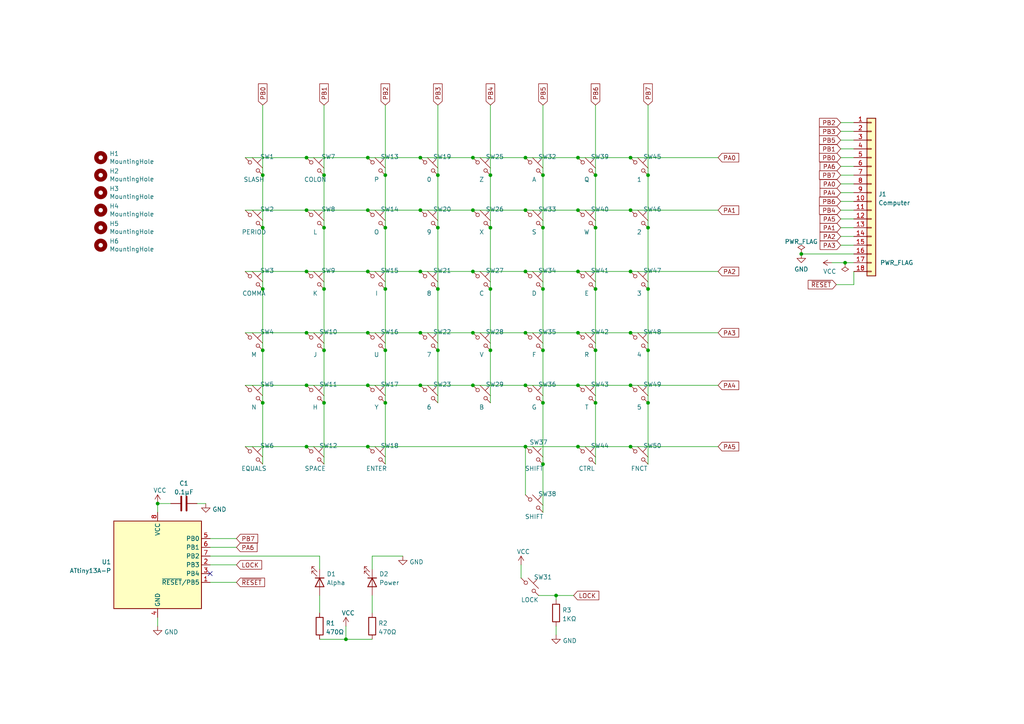
<source format=kicad_sch>
(kicad_sch (version 20211123) (generator eeschema)

  (uuid f0eff901-a563-4628-bc8f-ac644cca2874)

  (paper "A4")

  (title_block
    (title "TI/99 22 Keyboard")
    (date "2022-10-13")
    (rev "V0.8")
  )

  (lib_symbols
    (symbol "Connector_Generic:Conn_01x18" (pin_names (offset 1.016) hide) (in_bom yes) (on_board yes)
      (property "Reference" "J" (id 0) (at 0 22.86 0)
        (effects (font (size 1.27 1.27)))
      )
      (property "Value" "Conn_01x18" (id 1) (at 0 -25.4 0)
        (effects (font (size 1.27 1.27)))
      )
      (property "Footprint" "" (id 2) (at 0 0 0)
        (effects (font (size 1.27 1.27)) hide)
      )
      (property "Datasheet" "~" (id 3) (at 0 0 0)
        (effects (font (size 1.27 1.27)) hide)
      )
      (property "ki_keywords" "connector" (id 4) (at 0 0 0)
        (effects (font (size 1.27 1.27)) hide)
      )
      (property "ki_description" "Generic connector, single row, 01x18, script generated (kicad-library-utils/schlib/autogen/connector/)" (id 5) (at 0 0 0)
        (effects (font (size 1.27 1.27)) hide)
      )
      (property "ki_fp_filters" "Connector*:*_1x??_*" (id 6) (at 0 0 0)
        (effects (font (size 1.27 1.27)) hide)
      )
      (symbol "Conn_01x18_1_1"
        (rectangle (start -1.27 -22.733) (end 0 -22.987)
          (stroke (width 0.1524) (type default) (color 0 0 0 0))
          (fill (type none))
        )
        (rectangle (start -1.27 -20.193) (end 0 -20.447)
          (stroke (width 0.1524) (type default) (color 0 0 0 0))
          (fill (type none))
        )
        (rectangle (start -1.27 -17.653) (end 0 -17.907)
          (stroke (width 0.1524) (type default) (color 0 0 0 0))
          (fill (type none))
        )
        (rectangle (start -1.27 -15.113) (end 0 -15.367)
          (stroke (width 0.1524) (type default) (color 0 0 0 0))
          (fill (type none))
        )
        (rectangle (start -1.27 -12.573) (end 0 -12.827)
          (stroke (width 0.1524) (type default) (color 0 0 0 0))
          (fill (type none))
        )
        (rectangle (start -1.27 -10.033) (end 0 -10.287)
          (stroke (width 0.1524) (type default) (color 0 0 0 0))
          (fill (type none))
        )
        (rectangle (start -1.27 -7.493) (end 0 -7.747)
          (stroke (width 0.1524) (type default) (color 0 0 0 0))
          (fill (type none))
        )
        (rectangle (start -1.27 -4.953) (end 0 -5.207)
          (stroke (width 0.1524) (type default) (color 0 0 0 0))
          (fill (type none))
        )
        (rectangle (start -1.27 -2.413) (end 0 -2.667)
          (stroke (width 0.1524) (type default) (color 0 0 0 0))
          (fill (type none))
        )
        (rectangle (start -1.27 0.127) (end 0 -0.127)
          (stroke (width 0.1524) (type default) (color 0 0 0 0))
          (fill (type none))
        )
        (rectangle (start -1.27 2.667) (end 0 2.413)
          (stroke (width 0.1524) (type default) (color 0 0 0 0))
          (fill (type none))
        )
        (rectangle (start -1.27 5.207) (end 0 4.953)
          (stroke (width 0.1524) (type default) (color 0 0 0 0))
          (fill (type none))
        )
        (rectangle (start -1.27 7.747) (end 0 7.493)
          (stroke (width 0.1524) (type default) (color 0 0 0 0))
          (fill (type none))
        )
        (rectangle (start -1.27 10.287) (end 0 10.033)
          (stroke (width 0.1524) (type default) (color 0 0 0 0))
          (fill (type none))
        )
        (rectangle (start -1.27 12.827) (end 0 12.573)
          (stroke (width 0.1524) (type default) (color 0 0 0 0))
          (fill (type none))
        )
        (rectangle (start -1.27 15.367) (end 0 15.113)
          (stroke (width 0.1524) (type default) (color 0 0 0 0))
          (fill (type none))
        )
        (rectangle (start -1.27 17.907) (end 0 17.653)
          (stroke (width 0.1524) (type default) (color 0 0 0 0))
          (fill (type none))
        )
        (rectangle (start -1.27 20.447) (end 0 20.193)
          (stroke (width 0.1524) (type default) (color 0 0 0 0))
          (fill (type none))
        )
        (rectangle (start -1.27 21.59) (end 1.27 -24.13)
          (stroke (width 0.254) (type default) (color 0 0 0 0))
          (fill (type background))
        )
        (pin passive line (at -5.08 20.32 0) (length 3.81)
          (name "Pin_1" (effects (font (size 1.27 1.27))))
          (number "1" (effects (font (size 1.27 1.27))))
        )
        (pin passive line (at -5.08 -2.54 0) (length 3.81)
          (name "Pin_10" (effects (font (size 1.27 1.27))))
          (number "10" (effects (font (size 1.27 1.27))))
        )
        (pin passive line (at -5.08 -5.08 0) (length 3.81)
          (name "Pin_11" (effects (font (size 1.27 1.27))))
          (number "11" (effects (font (size 1.27 1.27))))
        )
        (pin passive line (at -5.08 -7.62 0) (length 3.81)
          (name "Pin_12" (effects (font (size 1.27 1.27))))
          (number "12" (effects (font (size 1.27 1.27))))
        )
        (pin passive line (at -5.08 -10.16 0) (length 3.81)
          (name "Pin_13" (effects (font (size 1.27 1.27))))
          (number "13" (effects (font (size 1.27 1.27))))
        )
        (pin passive line (at -5.08 -12.7 0) (length 3.81)
          (name "Pin_14" (effects (font (size 1.27 1.27))))
          (number "14" (effects (font (size 1.27 1.27))))
        )
        (pin passive line (at -5.08 -15.24 0) (length 3.81)
          (name "Pin_15" (effects (font (size 1.27 1.27))))
          (number "15" (effects (font (size 1.27 1.27))))
        )
        (pin passive line (at -5.08 -17.78 0) (length 3.81)
          (name "Pin_16" (effects (font (size 1.27 1.27))))
          (number "16" (effects (font (size 1.27 1.27))))
        )
        (pin passive line (at -5.08 -20.32 0) (length 3.81)
          (name "Pin_17" (effects (font (size 1.27 1.27))))
          (number "17" (effects (font (size 1.27 1.27))))
        )
        (pin passive line (at -5.08 -22.86 0) (length 3.81)
          (name "Pin_18" (effects (font (size 1.27 1.27))))
          (number "18" (effects (font (size 1.27 1.27))))
        )
        (pin passive line (at -5.08 17.78 0) (length 3.81)
          (name "Pin_2" (effects (font (size 1.27 1.27))))
          (number "2" (effects (font (size 1.27 1.27))))
        )
        (pin passive line (at -5.08 15.24 0) (length 3.81)
          (name "Pin_3" (effects (font (size 1.27 1.27))))
          (number "3" (effects (font (size 1.27 1.27))))
        )
        (pin passive line (at -5.08 12.7 0) (length 3.81)
          (name "Pin_4" (effects (font (size 1.27 1.27))))
          (number "4" (effects (font (size 1.27 1.27))))
        )
        (pin passive line (at -5.08 10.16 0) (length 3.81)
          (name "Pin_5" (effects (font (size 1.27 1.27))))
          (number "5" (effects (font (size 1.27 1.27))))
        )
        (pin passive line (at -5.08 7.62 0) (length 3.81)
          (name "Pin_6" (effects (font (size 1.27 1.27))))
          (number "6" (effects (font (size 1.27 1.27))))
        )
        (pin passive line (at -5.08 5.08 0) (length 3.81)
          (name "Pin_7" (effects (font (size 1.27 1.27))))
          (number "7" (effects (font (size 1.27 1.27))))
        )
        (pin passive line (at -5.08 2.54 0) (length 3.81)
          (name "Pin_8" (effects (font (size 1.27 1.27))))
          (number "8" (effects (font (size 1.27 1.27))))
        )
        (pin passive line (at -5.08 0 0) (length 3.81)
          (name "Pin_9" (effects (font (size 1.27 1.27))))
          (number "9" (effects (font (size 1.27 1.27))))
        )
      )
    )
    (symbol "Device:C" (pin_numbers hide) (pin_names (offset 0.254)) (in_bom yes) (on_board yes)
      (property "Reference" "C" (id 0) (at 0.635 2.54 0)
        (effects (font (size 1.27 1.27)) (justify left))
      )
      (property "Value" "C" (id 1) (at 0.635 -2.54 0)
        (effects (font (size 1.27 1.27)) (justify left))
      )
      (property "Footprint" "" (id 2) (at 0.9652 -3.81 0)
        (effects (font (size 1.27 1.27)) hide)
      )
      (property "Datasheet" "~" (id 3) (at 0 0 0)
        (effects (font (size 1.27 1.27)) hide)
      )
      (property "ki_keywords" "cap capacitor" (id 4) (at 0 0 0)
        (effects (font (size 1.27 1.27)) hide)
      )
      (property "ki_description" "Unpolarized capacitor" (id 5) (at 0 0 0)
        (effects (font (size 1.27 1.27)) hide)
      )
      (property "ki_fp_filters" "C_*" (id 6) (at 0 0 0)
        (effects (font (size 1.27 1.27)) hide)
      )
      (symbol "C_0_1"
        (polyline
          (pts
            (xy -2.032 -0.762)
            (xy 2.032 -0.762)
          )
          (stroke (width 0.508) (type default) (color 0 0 0 0))
          (fill (type none))
        )
        (polyline
          (pts
            (xy -2.032 0.762)
            (xy 2.032 0.762)
          )
          (stroke (width 0.508) (type default) (color 0 0 0 0))
          (fill (type none))
        )
      )
      (symbol "C_1_1"
        (pin passive line (at 0 3.81 270) (length 2.794)
          (name "~" (effects (font (size 1.27 1.27))))
          (number "1" (effects (font (size 1.27 1.27))))
        )
        (pin passive line (at 0 -3.81 90) (length 2.794)
          (name "~" (effects (font (size 1.27 1.27))))
          (number "2" (effects (font (size 1.27 1.27))))
        )
      )
    )
    (symbol "Device:LED" (pin_numbers hide) (pin_names (offset 1.016) hide) (in_bom yes) (on_board yes)
      (property "Reference" "D" (id 0) (at 0 2.54 0)
        (effects (font (size 1.27 1.27)))
      )
      (property "Value" "LED" (id 1) (at 0 -2.54 0)
        (effects (font (size 1.27 1.27)))
      )
      (property "Footprint" "" (id 2) (at 0 0 0)
        (effects (font (size 1.27 1.27)) hide)
      )
      (property "Datasheet" "~" (id 3) (at 0 0 0)
        (effects (font (size 1.27 1.27)) hide)
      )
      (property "ki_keywords" "LED diode" (id 4) (at 0 0 0)
        (effects (font (size 1.27 1.27)) hide)
      )
      (property "ki_description" "Light emitting diode" (id 5) (at 0 0 0)
        (effects (font (size 1.27 1.27)) hide)
      )
      (property "ki_fp_filters" "LED* LED_SMD:* LED_THT:*" (id 6) (at 0 0 0)
        (effects (font (size 1.27 1.27)) hide)
      )
      (symbol "LED_0_1"
        (polyline
          (pts
            (xy -1.27 -1.27)
            (xy -1.27 1.27)
          )
          (stroke (width 0.254) (type default) (color 0 0 0 0))
          (fill (type none))
        )
        (polyline
          (pts
            (xy -1.27 0)
            (xy 1.27 0)
          )
          (stroke (width 0) (type default) (color 0 0 0 0))
          (fill (type none))
        )
        (polyline
          (pts
            (xy 1.27 -1.27)
            (xy 1.27 1.27)
            (xy -1.27 0)
            (xy 1.27 -1.27)
          )
          (stroke (width 0.254) (type default) (color 0 0 0 0))
          (fill (type none))
        )
        (polyline
          (pts
            (xy -3.048 -0.762)
            (xy -4.572 -2.286)
            (xy -3.81 -2.286)
            (xy -4.572 -2.286)
            (xy -4.572 -1.524)
          )
          (stroke (width 0) (type default) (color 0 0 0 0))
          (fill (type none))
        )
        (polyline
          (pts
            (xy -1.778 -0.762)
            (xy -3.302 -2.286)
            (xy -2.54 -2.286)
            (xy -3.302 -2.286)
            (xy -3.302 -1.524)
          )
          (stroke (width 0) (type default) (color 0 0 0 0))
          (fill (type none))
        )
      )
      (symbol "LED_1_1"
        (pin passive line (at -3.81 0 0) (length 2.54)
          (name "K" (effects (font (size 1.27 1.27))))
          (number "1" (effects (font (size 1.27 1.27))))
        )
        (pin passive line (at 3.81 0 180) (length 2.54)
          (name "A" (effects (font (size 1.27 1.27))))
          (number "2" (effects (font (size 1.27 1.27))))
        )
      )
    )
    (symbol "Device:R" (pin_numbers hide) (pin_names (offset 0)) (in_bom yes) (on_board yes)
      (property "Reference" "R" (id 0) (at 2.032 0 90)
        (effects (font (size 1.27 1.27)))
      )
      (property "Value" "R" (id 1) (at 0 0 90)
        (effects (font (size 1.27 1.27)))
      )
      (property "Footprint" "" (id 2) (at -1.778 0 90)
        (effects (font (size 1.27 1.27)) hide)
      )
      (property "Datasheet" "~" (id 3) (at 0 0 0)
        (effects (font (size 1.27 1.27)) hide)
      )
      (property "ki_keywords" "R res resistor" (id 4) (at 0 0 0)
        (effects (font (size 1.27 1.27)) hide)
      )
      (property "ki_description" "Resistor" (id 5) (at 0 0 0)
        (effects (font (size 1.27 1.27)) hide)
      )
      (property "ki_fp_filters" "R_*" (id 6) (at 0 0 0)
        (effects (font (size 1.27 1.27)) hide)
      )
      (symbol "R_0_1"
        (rectangle (start -1.016 -2.54) (end 1.016 2.54)
          (stroke (width 0.254) (type default) (color 0 0 0 0))
          (fill (type none))
        )
      )
      (symbol "R_1_1"
        (pin passive line (at 0 3.81 270) (length 1.27)
          (name "~" (effects (font (size 1.27 1.27))))
          (number "1" (effects (font (size 1.27 1.27))))
        )
        (pin passive line (at 0 -3.81 90) (length 1.27)
          (name "~" (effects (font (size 1.27 1.27))))
          (number "2" (effects (font (size 1.27 1.27))))
        )
      )
    )
    (symbol "MCU_Microchip_ATtiny:ATtiny13A-P" (in_bom yes) (on_board yes)
      (property "Reference" "U" (id 0) (at -12.7 13.97 0)
        (effects (font (size 1.27 1.27)) (justify left bottom))
      )
      (property "Value" "ATtiny13A-P" (id 1) (at 2.54 -13.97 0)
        (effects (font (size 1.27 1.27)) (justify left top))
      )
      (property "Footprint" "Package_DIP:DIP-8_W7.62mm" (id 2) (at 0 0 0)
        (effects (font (size 1.27 1.27) italic) hide)
      )
      (property "Datasheet" "http://ww1.microchip.com/downloads/en/DeviceDoc/doc8126.pdf" (id 3) (at 0 0 0)
        (effects (font (size 1.27 1.27)) hide)
      )
      (property "ki_keywords" "AVR 8bit Microcontroller tinyAVR" (id 4) (at 0 0 0)
        (effects (font (size 1.27 1.27)) hide)
      )
      (property "ki_description" "20MHz, 1kB Flash, 64B SRAM, 64B EEPROM, debugWIRE, DIP-8" (id 5) (at 0 0 0)
        (effects (font (size 1.27 1.27)) hide)
      )
      (property "ki_fp_filters" "DIP*W7.62mm*" (id 6) (at 0 0 0)
        (effects (font (size 1.27 1.27)) hide)
      )
      (symbol "ATtiny13A-P_0_1"
        (rectangle (start -12.7 -12.7) (end 12.7 12.7)
          (stroke (width 0.254) (type default) (color 0 0 0 0))
          (fill (type background))
        )
      )
      (symbol "ATtiny13A-P_1_1"
        (pin bidirectional line (at 15.24 -5.08 180) (length 2.54)
          (name "~{RESET}/PB5" (effects (font (size 1.27 1.27))))
          (number "1" (effects (font (size 1.27 1.27))))
        )
        (pin bidirectional line (at 15.24 0 180) (length 2.54)
          (name "PB3" (effects (font (size 1.27 1.27))))
          (number "2" (effects (font (size 1.27 1.27))))
        )
        (pin bidirectional line (at 15.24 -2.54 180) (length 2.54)
          (name "PB4" (effects (font (size 1.27 1.27))))
          (number "3" (effects (font (size 1.27 1.27))))
        )
        (pin power_in line (at 0 -15.24 90) (length 2.54)
          (name "GND" (effects (font (size 1.27 1.27))))
          (number "4" (effects (font (size 1.27 1.27))))
        )
        (pin bidirectional line (at 15.24 7.62 180) (length 2.54)
          (name "PB0" (effects (font (size 1.27 1.27))))
          (number "5" (effects (font (size 1.27 1.27))))
        )
        (pin bidirectional line (at 15.24 5.08 180) (length 2.54)
          (name "PB1" (effects (font (size 1.27 1.27))))
          (number "6" (effects (font (size 1.27 1.27))))
        )
        (pin bidirectional line (at 15.24 2.54 180) (length 2.54)
          (name "PB2" (effects (font (size 1.27 1.27))))
          (number "7" (effects (font (size 1.27 1.27))))
        )
        (pin power_in line (at 0 15.24 270) (length 2.54)
          (name "VCC" (effects (font (size 1.27 1.27))))
          (number "8" (effects (font (size 1.27 1.27))))
        )
      )
    )
    (symbol "Mechanical:MountingHole" (pin_names (offset 1.016)) (in_bom yes) (on_board yes)
      (property "Reference" "H" (id 0) (at 0 5.08 0)
        (effects (font (size 1.27 1.27)))
      )
      (property "Value" "MountingHole" (id 1) (at 0 3.175 0)
        (effects (font (size 1.27 1.27)))
      )
      (property "Footprint" "" (id 2) (at 0 0 0)
        (effects (font (size 1.27 1.27)) hide)
      )
      (property "Datasheet" "~" (id 3) (at 0 0 0)
        (effects (font (size 1.27 1.27)) hide)
      )
      (property "ki_keywords" "mounting hole" (id 4) (at 0 0 0)
        (effects (font (size 1.27 1.27)) hide)
      )
      (property "ki_description" "Mounting Hole without connection" (id 5) (at 0 0 0)
        (effects (font (size 1.27 1.27)) hide)
      )
      (property "ki_fp_filters" "MountingHole*" (id 6) (at 0 0 0)
        (effects (font (size 1.27 1.27)) hide)
      )
      (symbol "MountingHole_0_1"
        (circle (center 0 0) (radius 1.27)
          (stroke (width 1.27) (type default) (color 0 0 0 0))
          (fill (type none))
        )
      )
    )
    (symbol "Switch:SW_Push_45deg" (pin_numbers hide) (pin_names (offset 1.016) hide) (in_bom yes) (on_board yes)
      (property "Reference" "SW" (id 0) (at 3.048 1.016 0)
        (effects (font (size 1.27 1.27)) (justify left))
      )
      (property "Value" "SW_Push_45deg" (id 1) (at 0 -3.81 0)
        (effects (font (size 1.27 1.27)))
      )
      (property "Footprint" "" (id 2) (at 0 0 0)
        (effects (font (size 1.27 1.27)) hide)
      )
      (property "Datasheet" "~" (id 3) (at 0 0 0)
        (effects (font (size 1.27 1.27)) hide)
      )
      (property "ki_keywords" "switch normally-open pushbutton push-button" (id 4) (at 0 0 0)
        (effects (font (size 1.27 1.27)) hide)
      )
      (property "ki_description" "Push button switch, normally open, two pins, 45° tilted" (id 5) (at 0 0 0)
        (effects (font (size 1.27 1.27)) hide)
      )
      (symbol "SW_Push_45deg_0_1"
        (circle (center -1.1684 1.1684) (radius 0.508)
          (stroke (width 0) (type default) (color 0 0 0 0))
          (fill (type none))
        )
        (polyline
          (pts
            (xy -0.508 2.54)
            (xy 2.54 -0.508)
          )
          (stroke (width 0) (type default) (color 0 0 0 0))
          (fill (type none))
        )
        (polyline
          (pts
            (xy 1.016 1.016)
            (xy 2.032 2.032)
          )
          (stroke (width 0) (type default) (color 0 0 0 0))
          (fill (type none))
        )
        (polyline
          (pts
            (xy -2.54 2.54)
            (xy -1.524 1.524)
            (xy -1.524 1.524)
          )
          (stroke (width 0) (type default) (color 0 0 0 0))
          (fill (type none))
        )
        (polyline
          (pts
            (xy 1.524 -1.524)
            (xy 2.54 -2.54)
            (xy 2.54 -2.54)
            (xy 2.54 -2.54)
          )
          (stroke (width 0) (type default) (color 0 0 0 0))
          (fill (type none))
        )
        (circle (center 1.143 -1.1938) (radius 0.508)
          (stroke (width 0) (type default) (color 0 0 0 0))
          (fill (type none))
        )
        (pin passive line (at -2.54 2.54 0) (length 0)
          (name "1" (effects (font (size 1.27 1.27))))
          (number "1" (effects (font (size 1.27 1.27))))
        )
        (pin passive line (at 2.54 -2.54 180) (length 0)
          (name "2" (effects (font (size 1.27 1.27))))
          (number "2" (effects (font (size 1.27 1.27))))
        )
      )
    )
    (symbol "power:GND" (power) (pin_names (offset 0)) (in_bom yes) (on_board yes)
      (property "Reference" "#PWR" (id 0) (at 0 -6.35 0)
        (effects (font (size 1.27 1.27)) hide)
      )
      (property "Value" "GND" (id 1) (at 0 -3.81 0)
        (effects (font (size 1.27 1.27)))
      )
      (property "Footprint" "" (id 2) (at 0 0 0)
        (effects (font (size 1.27 1.27)) hide)
      )
      (property "Datasheet" "" (id 3) (at 0 0 0)
        (effects (font (size 1.27 1.27)) hide)
      )
      (property "ki_keywords" "power-flag" (id 4) (at 0 0 0)
        (effects (font (size 1.27 1.27)) hide)
      )
      (property "ki_description" "Power symbol creates a global label with name \"GND\" , ground" (id 5) (at 0 0 0)
        (effects (font (size 1.27 1.27)) hide)
      )
      (symbol "GND_0_1"
        (polyline
          (pts
            (xy 0 0)
            (xy 0 -1.27)
            (xy 1.27 -1.27)
            (xy 0 -2.54)
            (xy -1.27 -1.27)
            (xy 0 -1.27)
          )
          (stroke (width 0) (type default) (color 0 0 0 0))
          (fill (type none))
        )
      )
      (symbol "GND_1_1"
        (pin power_in line (at 0 0 270) (length 0) hide
          (name "GND" (effects (font (size 1.27 1.27))))
          (number "1" (effects (font (size 1.27 1.27))))
        )
      )
    )
    (symbol "power:PWR_FLAG" (power) (pin_numbers hide) (pin_names (offset 0) hide) (in_bom yes) (on_board yes)
      (property "Reference" "#FLG" (id 0) (at 0 1.905 0)
        (effects (font (size 1.27 1.27)) hide)
      )
      (property "Value" "PWR_FLAG" (id 1) (at 0 3.81 0)
        (effects (font (size 1.27 1.27)))
      )
      (property "Footprint" "" (id 2) (at 0 0 0)
        (effects (font (size 1.27 1.27)) hide)
      )
      (property "Datasheet" "~" (id 3) (at 0 0 0)
        (effects (font (size 1.27 1.27)) hide)
      )
      (property "ki_keywords" "power-flag" (id 4) (at 0 0 0)
        (effects (font (size 1.27 1.27)) hide)
      )
      (property "ki_description" "Special symbol for telling ERC where power comes from" (id 5) (at 0 0 0)
        (effects (font (size 1.27 1.27)) hide)
      )
      (symbol "PWR_FLAG_0_0"
        (pin power_out line (at 0 0 90) (length 0)
          (name "pwr" (effects (font (size 1.27 1.27))))
          (number "1" (effects (font (size 1.27 1.27))))
        )
      )
      (symbol "PWR_FLAG_0_1"
        (polyline
          (pts
            (xy 0 0)
            (xy 0 1.27)
            (xy -1.016 1.905)
            (xy 0 2.54)
            (xy 1.016 1.905)
            (xy 0 1.27)
          )
          (stroke (width 0) (type default) (color 0 0 0 0))
          (fill (type none))
        )
      )
    )
    (symbol "power:VCC" (power) (pin_names (offset 0)) (in_bom yes) (on_board yes)
      (property "Reference" "#PWR" (id 0) (at 0 -3.81 0)
        (effects (font (size 1.27 1.27)) hide)
      )
      (property "Value" "VCC" (id 1) (at 0 3.81 0)
        (effects (font (size 1.27 1.27)))
      )
      (property "Footprint" "" (id 2) (at 0 0 0)
        (effects (font (size 1.27 1.27)) hide)
      )
      (property "Datasheet" "" (id 3) (at 0 0 0)
        (effects (font (size 1.27 1.27)) hide)
      )
      (property "ki_keywords" "power-flag" (id 4) (at 0 0 0)
        (effects (font (size 1.27 1.27)) hide)
      )
      (property "ki_description" "Power symbol creates a global label with name \"VCC\"" (id 5) (at 0 0 0)
        (effects (font (size 1.27 1.27)) hide)
      )
      (symbol "VCC_0_1"
        (polyline
          (pts
            (xy -0.762 1.27)
            (xy 0 2.54)
          )
          (stroke (width 0) (type default) (color 0 0 0 0))
          (fill (type none))
        )
        (polyline
          (pts
            (xy 0 0)
            (xy 0 2.54)
          )
          (stroke (width 0) (type default) (color 0 0 0 0))
          (fill (type none))
        )
        (polyline
          (pts
            (xy 0 2.54)
            (xy 0.762 1.27)
          )
          (stroke (width 0) (type default) (color 0 0 0 0))
          (fill (type none))
        )
      )
      (symbol "VCC_1_1"
        (pin power_in line (at 0 0 90) (length 0) hide
          (name "VCC" (effects (font (size 1.27 1.27))))
          (number "1" (effects (font (size 1.27 1.27))))
        )
      )
    )
  )

  (junction (at 111.76 83.82) (diameter 0) (color 0 0 0 0)
    (uuid 01235653-a841-49b5-9132-eb2809cd2315)
  )
  (junction (at 182.88 129.54) (diameter 0) (color 0 0 0 0)
    (uuid 019c1d54-37db-4173-8967-a018fe2cd667)
  )
  (junction (at 167.64 111.76) (diameter 0) (color 0 0 0 0)
    (uuid 01d9b3eb-17b6-4774-95ce-850382ae73df)
  )
  (junction (at 88.9 111.76) (diameter 0) (color 0 0 0 0)
    (uuid 074fc22b-f671-47be-9556-85e24529670e)
  )
  (junction (at 167.64 45.72) (diameter 0) (color 0 0 0 0)
    (uuid 09ab7f0d-330f-4709-a008-49d07d094261)
  )
  (junction (at 76.2 66.04) (diameter 0) (color 0 0 0 0)
    (uuid 0c83d936-93c9-43f9-8d05-9825f7fd06e1)
  )
  (junction (at 111.76 50.8) (diameter 0) (color 0 0 0 0)
    (uuid 0e703141-68e8-44b5-8117-b6d0faf33533)
  )
  (junction (at 76.2 101.6) (diameter 0) (color 0 0 0 0)
    (uuid 128f237f-d4e4-4933-ad2f-29fc681bf007)
  )
  (junction (at 76.2 83.82) (diameter 0) (color 0 0 0 0)
    (uuid 1ab0d825-538b-4851-aeea-4936389efeae)
  )
  (junction (at 157.48 101.6) (diameter 0) (color 0 0 0 0)
    (uuid 1bcd345f-f753-4bea-a267-a5e9b1c32baf)
  )
  (junction (at 121.92 45.72) (diameter 0) (color 0 0 0 0)
    (uuid 1e516e6c-7c23-42a3-8aa1-fdc689b9599a)
  )
  (junction (at 121.92 96.52) (diameter 0) (color 0 0 0 0)
    (uuid 1edf74ee-fee5-47fa-8131-3c2de6d3cc8d)
  )
  (junction (at 182.88 96.52) (diameter 0) (color 0 0 0 0)
    (uuid 20efa5df-2d7e-42cf-9d34-317f1733f5ba)
  )
  (junction (at 100.33 185.42) (diameter 0) (color 0 0 0 0)
    (uuid 23327e8a-aae7-4392-b1f5-b6f92fceb41e)
  )
  (junction (at 88.9 45.72) (diameter 0) (color 0 0 0 0)
    (uuid 25a83c97-f5b0-4c8a-8497-6d307d9ce10e)
  )
  (junction (at 127 83.82) (diameter 0) (color 0 0 0 0)
    (uuid 35107aff-bbac-49a0-aaf0-4df25149eafe)
  )
  (junction (at 187.96 101.6) (diameter 0) (color 0 0 0 0)
    (uuid 37de4a83-14b2-42fc-b2b0-ce4f4400b6d8)
  )
  (junction (at 111.76 101.6) (diameter 0) (color 0 0 0 0)
    (uuid 388475a7-f6f9-493b-8722-2b89fda49d16)
  )
  (junction (at 93.98 66.04) (diameter 0) (color 0 0 0 0)
    (uuid 3978e866-1a56-434f-ab3c-a6aff31a1be3)
  )
  (junction (at 157.48 83.82) (diameter 0) (color 0 0 0 0)
    (uuid 3b44abdd-b4d0-4cb5-ad52-b68f1e0665fa)
  )
  (junction (at 137.16 60.96) (diameter 0) (color 0 0 0 0)
    (uuid 3d774897-ade2-4762-ab25-69dd498c5be0)
  )
  (junction (at 245.11 76.2) (diameter 0) (color 0 0 0 0)
    (uuid 43348f3b-ccde-43c6-84ac-536f61fe0bf7)
  )
  (junction (at 76.2 116.84) (diameter 0) (color 0 0 0 0)
    (uuid 46f7103d-fa87-40a3-81d8-48eff7c46f89)
  )
  (junction (at 172.72 101.6) (diameter 0) (color 0 0 0 0)
    (uuid 49f90013-a934-4556-87ba-781b0f652995)
  )
  (junction (at 157.48 116.84) (diameter 0) (color 0 0 0 0)
    (uuid 4c91e48d-df84-4af7-bbe9-c9bc3dc2f890)
  )
  (junction (at 106.68 129.54) (diameter 0) (color 0 0 0 0)
    (uuid 4eb853a6-9485-446f-9e18-cce46b126ca3)
  )
  (junction (at 93.98 83.82) (diameter 0) (color 0 0 0 0)
    (uuid 4f2e1648-85a6-4aac-8995-3e1434a664fb)
  )
  (junction (at 142.24 83.82) (diameter 0) (color 0 0 0 0)
    (uuid 51c94665-3198-4efd-bdb8-c3774a58fa6e)
  )
  (junction (at 157.48 50.8) (diameter 0) (color 0 0 0 0)
    (uuid 55f70b8d-0ba0-4cc0-a824-0ee9464fbb65)
  )
  (junction (at 152.4 96.52) (diameter 0) (color 0 0 0 0)
    (uuid 564bd16e-3825-4cf5-a052-b09e4c084782)
  )
  (junction (at 172.72 116.84) (diameter 0) (color 0 0 0 0)
    (uuid 56aa1825-ec69-48aa-9492-bde852bab4c1)
  )
  (junction (at 167.64 96.52) (diameter 0) (color 0 0 0 0)
    (uuid 57a3d3cd-c9b6-4946-9b4f-f9e669abbda5)
  )
  (junction (at 76.2 50.8) (diameter 0) (color 0 0 0 0)
    (uuid 57fde43c-04d1-416f-9b5b-5fa06cbb0576)
  )
  (junction (at 187.96 83.82) (diameter 0) (color 0 0 0 0)
    (uuid 59807bc8-17ac-49c3-8eb1-7bf660e008f2)
  )
  (junction (at 232.41 73.66) (diameter 0) (color 0 0 0 0)
    (uuid 5a48d59d-a87e-469d-b493-36544f68f323)
  )
  (junction (at 187.96 116.84) (diameter 0) (color 0 0 0 0)
    (uuid 5b6e8324-d654-4b8a-b497-e42b68924020)
  )
  (junction (at 142.24 50.8) (diameter 0) (color 0 0 0 0)
    (uuid 611b7bb8-6e38-48ff-877b-b2e9b1346a03)
  )
  (junction (at 152.4 60.96) (diameter 0) (color 0 0 0 0)
    (uuid 6215f21e-a3ee-47ce-8fd4-f0927dbac45c)
  )
  (junction (at 142.24 66.04) (diameter 0) (color 0 0 0 0)
    (uuid 6bc77f27-0191-4b41-8472-91e14fecd57d)
  )
  (junction (at 121.92 111.76) (diameter 0) (color 0 0 0 0)
    (uuid 7076fa6e-1ba9-44b2-b54f-d079b8dcdd49)
  )
  (junction (at 187.96 66.04) (diameter 0) (color 0 0 0 0)
    (uuid 7260238b-1412-4e3d-bbd0-4c45b9716b45)
  )
  (junction (at 88.9 96.52) (diameter 0) (color 0 0 0 0)
    (uuid 7772c40e-39d2-4ba8-9291-4d9678cd87d6)
  )
  (junction (at 93.98 101.6) (diameter 0) (color 0 0 0 0)
    (uuid 78719620-6f23-411f-bfa9-ceb204b8cb19)
  )
  (junction (at 88.9 60.96) (diameter 0) (color 0 0 0 0)
    (uuid 7da72500-8a97-4be2-9f4e-a8f1b81f32c2)
  )
  (junction (at 187.96 50.8) (diameter 0) (color 0 0 0 0)
    (uuid 7e2d5ec5-7900-4fdd-a035-bd29214a30e3)
  )
  (junction (at 106.68 60.96) (diameter 0) (color 0 0 0 0)
    (uuid 8548248b-9707-46ab-b551-dffd47f4bb88)
  )
  (junction (at 152.4 129.54) (diameter 0) (color 0 0 0 0)
    (uuid 8784cae6-154e-494f-a6fc-858705958a89)
  )
  (junction (at 157.48 134.62) (diameter 0) (color 0 0 0 0)
    (uuid 91a0a6d9-a592-48b1-a0b5-21134411de9b)
  )
  (junction (at 152.4 111.76) (diameter 0) (color 0 0 0 0)
    (uuid 93470f83-6db1-480c-908f-2998ee1c2eb9)
  )
  (junction (at 137.16 111.76) (diameter 0) (color 0 0 0 0)
    (uuid 935fb482-398f-496f-a830-5c38b641023f)
  )
  (junction (at 137.16 78.74) (diameter 0) (color 0 0 0 0)
    (uuid 9b3ee822-d3cd-4153-9918-8e8c34c1552b)
  )
  (junction (at 172.72 83.82) (diameter 0) (color 0 0 0 0)
    (uuid 9b87a884-2da6-4e39-8498-fee8f7b8baa9)
  )
  (junction (at 182.88 45.72) (diameter 0) (color 0 0 0 0)
    (uuid 9ef85229-395b-4c5f-a671-3c3390928532)
  )
  (junction (at 161.29 172.72) (diameter 0) (color 0 0 0 0)
    (uuid 9f80bb79-1f40-4d0e-9eba-39b61a1844f1)
  )
  (junction (at 127 50.8) (diameter 0) (color 0 0 0 0)
    (uuid 9fc9b2f3-844e-4f10-8ef3-b7c4ba6725bf)
  )
  (junction (at 182.88 111.76) (diameter 0) (color 0 0 0 0)
    (uuid a05b6b2f-a1d8-4228-bdc5-1ca7a42b6a50)
  )
  (junction (at 172.72 66.04) (diameter 0) (color 0 0 0 0)
    (uuid a3052604-7737-4807-9f22-011d4d2ab95b)
  )
  (junction (at 127 101.6) (diameter 0) (color 0 0 0 0)
    (uuid a601dfd3-6f73-4f56-8cdf-f48e127531dd)
  )
  (junction (at 106.68 45.72) (diameter 0) (color 0 0 0 0)
    (uuid a796564c-9c23-41b2-9df8-7814eab6eee5)
  )
  (junction (at 142.24 101.6) (diameter 0) (color 0 0 0 0)
    (uuid a8ccf7a7-d8fa-4fa9-9b71-bb07496ba15c)
  )
  (junction (at 172.72 50.8) (diameter 0) (color 0 0 0 0)
    (uuid b3fb9479-6cae-4222-8ef5-81d9eb2e8ca0)
  )
  (junction (at 45.72 146.05) (diameter 0) (color 0 0 0 0)
    (uuid b6f095ce-216b-42bf-bcd2-d0a4f11253f1)
  )
  (junction (at 127 66.04) (diameter 0) (color 0 0 0 0)
    (uuid b9dc95e1-7da8-4502-aa28-6972b20cae96)
  )
  (junction (at 182.88 78.74) (diameter 0) (color 0 0 0 0)
    (uuid b9f0b479-f15f-4971-92d7-467272f02a66)
  )
  (junction (at 167.64 129.54) (diameter 0) (color 0 0 0 0)
    (uuid bf834d8e-5250-4eb9-b19a-d5a76b15a6b9)
  )
  (junction (at 106.68 96.52) (diameter 0) (color 0 0 0 0)
    (uuid c3177102-cdd0-4e50-a9d1-4749b323cd9f)
  )
  (junction (at 111.76 66.04) (diameter 0) (color 0 0 0 0)
    (uuid c5c2b697-11bc-4fa7-a155-fac746ee904d)
  )
  (junction (at 106.68 78.74) (diameter 0) (color 0 0 0 0)
    (uuid c9809780-1387-42a6-bbec-2ad6ecf8f4dd)
  )
  (junction (at 137.16 96.52) (diameter 0) (color 0 0 0 0)
    (uuid caba658c-a9c3-4919-83f5-cb8255abedd1)
  )
  (junction (at 182.88 60.96) (diameter 0) (color 0 0 0 0)
    (uuid cccf8de2-bf71-42bf-9157-ef25a5c1be6b)
  )
  (junction (at 137.16 45.72) (diameter 0) (color 0 0 0 0)
    (uuid daed1ce8-0534-4f58-9ed7-054fdf94007e)
  )
  (junction (at 93.98 50.8) (diameter 0) (color 0 0 0 0)
    (uuid dc7cb6b4-6ece-4359-a3d7-d1f71f793827)
  )
  (junction (at 121.92 78.74) (diameter 0) (color 0 0 0 0)
    (uuid dcba4ffe-0026-4e82-8083-76ff5b80e68a)
  )
  (junction (at 152.4 45.72) (diameter 0) (color 0 0 0 0)
    (uuid dfe65f33-2b1e-4900-9259-9655c86282bc)
  )
  (junction (at 152.4 78.74) (diameter 0) (color 0 0 0 0)
    (uuid e70b972b-9ba1-4c78-a2f6-05999f2c9e15)
  )
  (junction (at 157.48 66.04) (diameter 0) (color 0 0 0 0)
    (uuid ead36e29-8965-4972-9c59-bc2bbb38d714)
  )
  (junction (at 121.92 60.96) (diameter 0) (color 0 0 0 0)
    (uuid ecabed96-a48a-4a8d-8c62-ecc0276a0d0e)
  )
  (junction (at 88.9 78.74) (diameter 0) (color 0 0 0 0)
    (uuid f5379d21-86d2-4008-950e-8fee110e44f1)
  )
  (junction (at 167.64 60.96) (diameter 0) (color 0 0 0 0)
    (uuid f5ecc145-7041-442b-81c5-b98d549427e1)
  )
  (junction (at 111.76 116.84) (diameter 0) (color 0 0 0 0)
    (uuid f9366a8f-ebfe-41dd-bd37-ec5f57f4a6c9)
  )
  (junction (at 106.68 111.76) (diameter 0) (color 0 0 0 0)
    (uuid f944fba7-2e14-471f-957d-a9f7592e3547)
  )
  (junction (at 167.64 78.74) (diameter 0) (color 0 0 0 0)
    (uuid fe7c307a-fc6d-4622-bd54-f0c101580ab6)
  )
  (junction (at 88.9 129.54) (diameter 0) (color 0 0 0 0)
    (uuid ff074d11-33c2-4b52-8bed-3b9992a2dce1)
  )
  (junction (at 93.98 116.84) (diameter 0) (color 0 0 0 0)
    (uuid ff66891c-49eb-4f76-bc78-be681c89d851)
  )

  (no_connect (at 60.96 166.37) (uuid d50458c7-af10-4f1e-b8ef-40ab3673d5bb))

  (wire (pts (xy 106.68 96.52) (xy 88.9 96.52))
    (stroke (width 0) (type default) (color 0 0 0 0))
    (uuid 01aa1045-16c7-4f75-ac0d-e77631166cb7)
  )
  (wire (pts (xy 106.68 129.54) (xy 88.9 129.54))
    (stroke (width 0) (type default) (color 0 0 0 0))
    (uuid 022c62c0-cc08-4263-b541-0bb36922b8ed)
  )
  (wire (pts (xy 167.64 60.96) (xy 152.4 60.96))
    (stroke (width 0) (type default) (color 0 0 0 0))
    (uuid 03f53139-054f-4d82-9b6e-efc02ee7edf5)
  )
  (wire (pts (xy 172.72 83.82) (xy 172.72 101.6))
    (stroke (width 0) (type default) (color 0 0 0 0))
    (uuid 03f7121b-799f-452b-818c-2758dc24ed7d)
  )
  (wire (pts (xy 208.28 45.72) (xy 182.88 45.72))
    (stroke (width 0) (type default) (color 0 0 0 0))
    (uuid 086ec964-157c-4332-8b48-1c3ef4a15f49)
  )
  (wire (pts (xy 167.64 96.52) (xy 152.4 96.52))
    (stroke (width 0) (type default) (color 0 0 0 0))
    (uuid 092b6391-a701-4098-8638-ed5e379e7330)
  )
  (wire (pts (xy 243.84 45.72) (xy 247.65 45.72))
    (stroke (width 0) (type default) (color 0 0 0 0))
    (uuid 0b7f4d3f-d2c1-4430-92c5-7a07c7ea7fdd)
  )
  (wire (pts (xy 88.9 111.76) (xy 71.12 111.76))
    (stroke (width 0) (type default) (color 0 0 0 0))
    (uuid 0c59f814-8215-423f-a724-07b2adbc6b8f)
  )
  (wire (pts (xy 187.96 116.84) (xy 187.96 134.62))
    (stroke (width 0) (type default) (color 0 0 0 0))
    (uuid 0c766f8e-2ee9-467a-953f-8721b516c757)
  )
  (wire (pts (xy 127 83.82) (xy 127 101.6))
    (stroke (width 0) (type default) (color 0 0 0 0))
    (uuid 0c890212-d2ca-441c-bc31-96ba702ac0c4)
  )
  (wire (pts (xy 92.71 172.72) (xy 92.71 177.8))
    (stroke (width 0) (type default) (color 0 0 0 0))
    (uuid 0f62e953-3291-4192-81ce-d68a88d8f917)
  )
  (wire (pts (xy 106.68 129.54) (xy 152.4 129.54))
    (stroke (width 0) (type default) (color 0 0 0 0))
    (uuid 13042eba-f220-4945-a81b-c418dc1abddf)
  )
  (wire (pts (xy 208.28 96.52) (xy 182.88 96.52))
    (stroke (width 0) (type default) (color 0 0 0 0))
    (uuid 173ba422-f349-4e4b-86d7-98972c4718f8)
  )
  (wire (pts (xy 167.64 45.72) (xy 152.4 45.72))
    (stroke (width 0) (type default) (color 0 0 0 0))
    (uuid 19414116-146c-4244-bdaf-ba34b68a879f)
  )
  (wire (pts (xy 182.88 78.74) (xy 167.64 78.74))
    (stroke (width 0) (type default) (color 0 0 0 0))
    (uuid 19a37c25-1f88-40b6-8a76-e901ad3f7e0e)
  )
  (wire (pts (xy 93.98 66.04) (xy 93.98 83.82))
    (stroke (width 0) (type default) (color 0 0 0 0))
    (uuid 1c64ab03-5eae-4ebf-bd88-1c0a2e808805)
  )
  (wire (pts (xy 111.76 83.82) (xy 111.76 101.6))
    (stroke (width 0) (type default) (color 0 0 0 0))
    (uuid 22aaf525-e935-4863-bf03-c063ad8e80c5)
  )
  (wire (pts (xy 187.96 66.04) (xy 187.96 83.82))
    (stroke (width 0) (type default) (color 0 0 0 0))
    (uuid 24058567-14e2-4178-95f6-9ee7602a6727)
  )
  (wire (pts (xy 242.57 82.55) (xy 247.65 82.55))
    (stroke (width 0) (type default) (color 0 0 0 0))
    (uuid 24187177-45eb-49f2-aed2-47110d6e3300)
  )
  (wire (pts (xy 172.72 50.8) (xy 172.72 66.04))
    (stroke (width 0) (type default) (color 0 0 0 0))
    (uuid 266a4f74-ce09-4164-b30f-545036091f41)
  )
  (wire (pts (xy 167.64 78.74) (xy 152.4 78.74))
    (stroke (width 0) (type default) (color 0 0 0 0))
    (uuid 285c2c36-b707-4f92-9e2f-a2feb7496cbf)
  )
  (wire (pts (xy 157.48 50.8) (xy 157.48 66.04))
    (stroke (width 0) (type default) (color 0 0 0 0))
    (uuid 293f9ce9-4f24-4506-9dd9-9da671593632)
  )
  (wire (pts (xy 45.72 146.05) (xy 49.53 146.05))
    (stroke (width 0) (type default) (color 0 0 0 0))
    (uuid 2aaee10e-d19a-472c-ac33-6d0345b98cb5)
  )
  (wire (pts (xy 106.68 60.96) (xy 88.9 60.96))
    (stroke (width 0) (type default) (color 0 0 0 0))
    (uuid 2c87126f-20bb-4280-818a-5ad6ba41681d)
  )
  (wire (pts (xy 76.2 83.82) (xy 76.2 101.6))
    (stroke (width 0) (type default) (color 0 0 0 0))
    (uuid 2dbd336a-8b3a-489e-8b2a-e56efa92cfb2)
  )
  (wire (pts (xy 157.48 134.62) (xy 157.48 148.59))
    (stroke (width 0) (type default) (color 0 0 0 0))
    (uuid 2ea8fc0a-f23d-402e-a87a-104aa1caadac)
  )
  (wire (pts (xy 247.65 78.74) (xy 247.65 82.55))
    (stroke (width 0) (type default) (color 0 0 0 0))
    (uuid 3047f575-8804-45f2-bbea-d7fe14351da3)
  )
  (wire (pts (xy 57.15 146.05) (xy 59.69 146.05))
    (stroke (width 0) (type default) (color 0 0 0 0))
    (uuid 3249651e-eebc-43a0-8930-4f7c78f91502)
  )
  (wire (pts (xy 243.84 40.64) (xy 247.65 40.64))
    (stroke (width 0) (type default) (color 0 0 0 0))
    (uuid 33a81f94-0301-4f7d-9d8b-9e38fd507c67)
  )
  (wire (pts (xy 208.28 60.96) (xy 182.88 60.96))
    (stroke (width 0) (type default) (color 0 0 0 0))
    (uuid 37235211-2438-4b0d-b8e7-13f12cf69fc2)
  )
  (wire (pts (xy 157.48 66.04) (xy 157.48 83.82))
    (stroke (width 0) (type default) (color 0 0 0 0))
    (uuid 38252c6d-4597-42a3-a0aa-6b6fae49fb73)
  )
  (wire (pts (xy 243.84 50.8) (xy 247.65 50.8))
    (stroke (width 0) (type default) (color 0 0 0 0))
    (uuid 39eed83f-91b2-4ae2-9994-6ac229bcb586)
  )
  (wire (pts (xy 121.92 78.74) (xy 106.68 78.74))
    (stroke (width 0) (type default) (color 0 0 0 0))
    (uuid 3a262291-e1da-4d9c-adf1-b003e76070c8)
  )
  (wire (pts (xy 88.9 78.74) (xy 71.12 78.74))
    (stroke (width 0) (type default) (color 0 0 0 0))
    (uuid 3a87ee96-9d66-4d54-8692-1f43689e9ddb)
  )
  (wire (pts (xy 121.92 45.72) (xy 106.68 45.72))
    (stroke (width 0) (type default) (color 0 0 0 0))
    (uuid 3c6ba415-a0e5-4093-9338-9ae62e0737db)
  )
  (wire (pts (xy 137.16 60.96) (xy 121.92 60.96))
    (stroke (width 0) (type default) (color 0 0 0 0))
    (uuid 3cb82642-3249-4f0d-8653-95ce3781b74d)
  )
  (wire (pts (xy 157.48 30.48) (xy 157.48 50.8))
    (stroke (width 0) (type default) (color 0 0 0 0))
    (uuid 3d183a38-5e84-411d-81d3-2b5dffbd74b5)
  )
  (wire (pts (xy 243.84 68.58) (xy 247.65 68.58))
    (stroke (width 0) (type default) (color 0 0 0 0))
    (uuid 3d2154a4-4f28-416b-b92c-9cf289586e42)
  )
  (wire (pts (xy 100.33 185.42) (xy 107.95 185.42))
    (stroke (width 0) (type default) (color 0 0 0 0))
    (uuid 3d63203d-27fb-44f9-9984-cdf720d53c3c)
  )
  (wire (pts (xy 172.72 66.04) (xy 172.72 83.82))
    (stroke (width 0) (type default) (color 0 0 0 0))
    (uuid 3e495ad3-5069-4c19-9fbd-9cb4ec48770d)
  )
  (wire (pts (xy 111.76 66.04) (xy 111.76 83.82))
    (stroke (width 0) (type default) (color 0 0 0 0))
    (uuid 416b9382-b779-4ff7-b751-bf5a36c7fdb2)
  )
  (wire (pts (xy 88.9 45.72) (xy 71.12 45.72))
    (stroke (width 0) (type default) (color 0 0 0 0))
    (uuid 46763813-eadd-41c0-8cc2-c29d0d7e73e4)
  )
  (wire (pts (xy 152.4 60.96) (xy 137.16 60.96))
    (stroke (width 0) (type default) (color 0 0 0 0))
    (uuid 4697f69d-93c9-4208-8d5c-2c97736d8a26)
  )
  (wire (pts (xy 243.84 55.88) (xy 247.65 55.88))
    (stroke (width 0) (type default) (color 0 0 0 0))
    (uuid 4706e7ef-6ed9-4692-9c6e-06c166c030a6)
  )
  (wire (pts (xy 182.88 129.54) (xy 167.64 129.54))
    (stroke (width 0) (type default) (color 0 0 0 0))
    (uuid 47bbc96f-2a55-4746-976a-3daa674000a4)
  )
  (wire (pts (xy 167.64 111.76) (xy 152.4 111.76))
    (stroke (width 0) (type default) (color 0 0 0 0))
    (uuid 4938a48d-1a0b-438f-aceb-8352bb4ff521)
  )
  (wire (pts (xy 60.96 163.83) (xy 68.58 163.83))
    (stroke (width 0) (type default) (color 0 0 0 0))
    (uuid 499e80ad-49e5-41c8-9f87-e67746c9d396)
  )
  (wire (pts (xy 152.4 78.74) (xy 137.16 78.74))
    (stroke (width 0) (type default) (color 0 0 0 0))
    (uuid 49a309fa-e73d-47eb-b09d-2167ea8567e1)
  )
  (wire (pts (xy 92.71 185.42) (xy 100.33 185.42))
    (stroke (width 0) (type default) (color 0 0 0 0))
    (uuid 49d3c9af-02d2-47fd-836e-27ede8224cf4)
  )
  (wire (pts (xy 93.98 30.48) (xy 93.98 50.8))
    (stroke (width 0) (type default) (color 0 0 0 0))
    (uuid 4ad5f4fe-0942-4446-a541-b9eba482b4f2)
  )
  (wire (pts (xy 152.4 111.76) (xy 137.16 111.76))
    (stroke (width 0) (type default) (color 0 0 0 0))
    (uuid 4bae748f-428d-4ac4-95f8-ee2b41800d19)
  )
  (wire (pts (xy 243.84 35.56) (xy 247.65 35.56))
    (stroke (width 0) (type default) (color 0 0 0 0))
    (uuid 4c24aba8-ecd8-43b0-849f-7f3223a848a5)
  )
  (wire (pts (xy 107.95 172.72) (xy 107.95 177.8))
    (stroke (width 0) (type default) (color 0 0 0 0))
    (uuid 4dcf3eba-ef04-4811-af42-61a30fd1932d)
  )
  (wire (pts (xy 137.16 96.52) (xy 121.92 96.52))
    (stroke (width 0) (type default) (color 0 0 0 0))
    (uuid 50933204-504c-4c27-84ef-517e335e2530)
  )
  (wire (pts (xy 76.2 116.84) (xy 76.2 134.62))
    (stroke (width 0) (type default) (color 0 0 0 0))
    (uuid 51a86436-93b8-4539-afbc-d97aa89a7fe0)
  )
  (wire (pts (xy 182.88 96.52) (xy 167.64 96.52))
    (stroke (width 0) (type default) (color 0 0 0 0))
    (uuid 55a31542-86e1-43ac-9cfd-cf77c1191d42)
  )
  (wire (pts (xy 121.92 96.52) (xy 106.68 96.52))
    (stroke (width 0) (type default) (color 0 0 0 0))
    (uuid 5e9e2c53-05a2-4e13-a226-9b49f6fa30e0)
  )
  (wire (pts (xy 121.92 60.96) (xy 106.68 60.96))
    (stroke (width 0) (type default) (color 0 0 0 0))
    (uuid 603301a4-5d27-4fcb-9e9e-8174ec4453bf)
  )
  (wire (pts (xy 121.92 111.76) (xy 106.68 111.76))
    (stroke (width 0) (type default) (color 0 0 0 0))
    (uuid 61bf2a9b-df8f-4b87-9368-174c988cbb55)
  )
  (wire (pts (xy 111.76 50.8) (xy 111.76 66.04))
    (stroke (width 0) (type default) (color 0 0 0 0))
    (uuid 658017a0-ef75-4d25-8ed3-38d33b265142)
  )
  (wire (pts (xy 232.41 73.66) (xy 247.65 73.66))
    (stroke (width 0) (type default) (color 0 0 0 0))
    (uuid 66800d1a-da88-4141-88d5-dd1a8e33a481)
  )
  (wire (pts (xy 106.68 78.74) (xy 88.9 78.74))
    (stroke (width 0) (type default) (color 0 0 0 0))
    (uuid 6949ce26-d06c-46f8-9760-7d3384a650bc)
  )
  (wire (pts (xy 187.96 101.6) (xy 187.96 116.84))
    (stroke (width 0) (type default) (color 0 0 0 0))
    (uuid 69c52051-be97-448e-a723-02fd4d5dafc4)
  )
  (wire (pts (xy 137.16 45.72) (xy 121.92 45.72))
    (stroke (width 0) (type default) (color 0 0 0 0))
    (uuid 6c4a8f76-f125-4c47-8016-1a0788a0b755)
  )
  (wire (pts (xy 156.21 172.72) (xy 161.29 172.72))
    (stroke (width 0) (type default) (color 0 0 0 0))
    (uuid 6f746589-8a62-4108-b400-754f901342de)
  )
  (wire (pts (xy 243.84 38.1) (xy 247.65 38.1))
    (stroke (width 0) (type default) (color 0 0 0 0))
    (uuid 70a99548-572e-4fdd-9345-ae154c5c4eb9)
  )
  (wire (pts (xy 167.64 129.54) (xy 152.4 129.54))
    (stroke (width 0) (type default) (color 0 0 0 0))
    (uuid 73e336e1-ce9c-4253-9782-e21e8a64f6b4)
  )
  (wire (pts (xy 187.96 30.48) (xy 187.96 50.8))
    (stroke (width 0) (type default) (color 0 0 0 0))
    (uuid 76d63efa-c037-4ff9-b04f-8b0b20e7d9ce)
  )
  (wire (pts (xy 243.84 43.18) (xy 247.65 43.18))
    (stroke (width 0) (type default) (color 0 0 0 0))
    (uuid 7753b3cb-0c97-4290-bc95-313289a54cf0)
  )
  (wire (pts (xy 208.28 129.54) (xy 182.88 129.54))
    (stroke (width 0) (type default) (color 0 0 0 0))
    (uuid 7a1bbdc4-8f1d-4128-b9d3-7c26c1ee3714)
  )
  (wire (pts (xy 182.88 45.72) (xy 167.64 45.72))
    (stroke (width 0) (type default) (color 0 0 0 0))
    (uuid 7a285b1b-5ee2-4cf9-b4be-c99eb28c3b76)
  )
  (wire (pts (xy 127 101.6) (xy 127 116.84))
    (stroke (width 0) (type default) (color 0 0 0 0))
    (uuid 7adb0cbc-80c3-46bf-96bd-189237f10e9b)
  )
  (wire (pts (xy 127 30.48) (xy 127 50.8))
    (stroke (width 0) (type default) (color 0 0 0 0))
    (uuid 7bae75b4-c644-4ced-835a-9e7a1ec20ae5)
  )
  (wire (pts (xy 45.72 179.07) (xy 45.72 181.61))
    (stroke (width 0) (type default) (color 0 0 0 0))
    (uuid 7c8b1606-bf90-4b52-8903-38ae97291f71)
  )
  (wire (pts (xy 245.11 76.2) (xy 247.65 76.2))
    (stroke (width 0) (type default) (color 0 0 0 0))
    (uuid 7da3ac57-04fb-416e-85d3-986a955b72b9)
  )
  (wire (pts (xy 100.33 181.61) (xy 100.33 185.42))
    (stroke (width 0) (type default) (color 0 0 0 0))
    (uuid 8177cb5b-1262-4471-93a0-649598191437)
  )
  (wire (pts (xy 243.84 58.42) (xy 247.65 58.42))
    (stroke (width 0) (type default) (color 0 0 0 0))
    (uuid 83212a05-b287-4868-bdaf-2f4be516eff8)
  )
  (wire (pts (xy 243.84 71.12) (xy 247.65 71.12))
    (stroke (width 0) (type default) (color 0 0 0 0))
    (uuid 88c17512-19bd-4ad3-9131-56d9904b973e)
  )
  (wire (pts (xy 106.68 111.76) (xy 88.9 111.76))
    (stroke (width 0) (type default) (color 0 0 0 0))
    (uuid 89393e42-c9e8-4c4b-82e7-02b9eb6491c1)
  )
  (wire (pts (xy 45.72 146.05) (xy 45.72 148.59))
    (stroke (width 0) (type default) (color 0 0 0 0))
    (uuid 8e9df999-ae6e-4937-aa47-866c11dec031)
  )
  (wire (pts (xy 161.29 181.61) (xy 161.29 184.15))
    (stroke (width 0) (type default) (color 0 0 0 0))
    (uuid 8f9dbcb8-580c-4bd2-9387-dc17df8f4816)
  )
  (wire (pts (xy 157.48 101.6) (xy 157.48 116.84))
    (stroke (width 0) (type default) (color 0 0 0 0))
    (uuid 90a0cc3c-15c1-4d21-9710-29592b06622b)
  )
  (wire (pts (xy 60.96 168.91) (xy 68.58 168.91))
    (stroke (width 0) (type default) (color 0 0 0 0))
    (uuid 910ce1fb-1ee5-4bb7-a7b7-3a3e230db68c)
  )
  (wire (pts (xy 243.84 53.34) (xy 247.65 53.34))
    (stroke (width 0) (type default) (color 0 0 0 0))
    (uuid 92f04c77-8456-4c94-b66b-6dee61d1220d)
  )
  (wire (pts (xy 93.98 101.6) (xy 93.98 116.84))
    (stroke (width 0) (type default) (color 0 0 0 0))
    (uuid 9817a9c8-85a3-431b-81a6-da6ccca13a5b)
  )
  (wire (pts (xy 107.95 161.29) (xy 107.95 165.1))
    (stroke (width 0) (type default) (color 0 0 0 0))
    (uuid 99ca4cfa-fa83-4411-9989-2f4ff8410980)
  )
  (wire (pts (xy 243.84 60.96) (xy 247.65 60.96))
    (stroke (width 0) (type default) (color 0 0 0 0))
    (uuid 9aa3f177-3050-4a71-b3e9-8a1895e54b34)
  )
  (wire (pts (xy 60.96 156.21) (xy 68.58 156.21))
    (stroke (width 0) (type default) (color 0 0 0 0))
    (uuid a02aff3c-3cb4-4ac4-8641-ba0950acf9ae)
  )
  (wire (pts (xy 142.24 50.8) (xy 142.24 66.04))
    (stroke (width 0) (type default) (color 0 0 0 0))
    (uuid a686e54f-f21f-4c55-a22e-c941f70160d3)
  )
  (wire (pts (xy 111.76 30.48) (xy 111.76 50.8))
    (stroke (width 0) (type default) (color 0 0 0 0))
    (uuid aaa84919-1b22-4ae5-9163-da13ff3aebc6)
  )
  (wire (pts (xy 187.96 83.82) (xy 187.96 101.6))
    (stroke (width 0) (type default) (color 0 0 0 0))
    (uuid adc4a599-ac60-4c43-8c6c-af41433fbc1b)
  )
  (wire (pts (xy 93.98 50.8) (xy 93.98 66.04))
    (stroke (width 0) (type default) (color 0 0 0 0))
    (uuid af7ef991-8f1f-4ed2-9bb7-a80a42734fd1)
  )
  (wire (pts (xy 142.24 83.82) (xy 142.24 101.6))
    (stroke (width 0) (type default) (color 0 0 0 0))
    (uuid b0a95409-45bf-4e34-8450-61e99b0e0c04)
  )
  (wire (pts (xy 88.9 96.52) (xy 71.12 96.52))
    (stroke (width 0) (type default) (color 0 0 0 0))
    (uuid b16221d0-7dd2-4021-aa96-4e3093d94896)
  )
  (wire (pts (xy 137.16 111.76) (xy 121.92 111.76))
    (stroke (width 0) (type default) (color 0 0 0 0))
    (uuid b2efd7ec-460c-4b17-be23-5b2fac130860)
  )
  (wire (pts (xy 106.68 45.72) (xy 88.9 45.72))
    (stroke (width 0) (type default) (color 0 0 0 0))
    (uuid b47daba3-81e4-4705-b738-4fc02326d386)
  )
  (wire (pts (xy 243.84 48.26) (xy 247.65 48.26))
    (stroke (width 0) (type default) (color 0 0 0 0))
    (uuid b6e19c78-0668-44b8-bc1b-0073a44cd5f3)
  )
  (wire (pts (xy 76.2 30.48) (xy 76.2 50.8))
    (stroke (width 0) (type default) (color 0 0 0 0))
    (uuid b91a1952-5eb0-4153-9356-c700bb913481)
  )
  (wire (pts (xy 92.71 165.1) (xy 92.71 161.29))
    (stroke (width 0) (type default) (color 0 0 0 0))
    (uuid ba05ba94-211c-4cb6-81de-40b243f2f3e3)
  )
  (wire (pts (xy 93.98 83.82) (xy 93.98 101.6))
    (stroke (width 0) (type default) (color 0 0 0 0))
    (uuid bc3a6a39-b52c-4e73-92bb-28e3e729e62d)
  )
  (wire (pts (xy 243.84 63.5) (xy 247.65 63.5))
    (stroke (width 0) (type default) (color 0 0 0 0))
    (uuid bc40ebb5-72a5-492a-a0e8-157d7b94aa68)
  )
  (wire (pts (xy 142.24 101.6) (xy 142.24 116.84))
    (stroke (width 0) (type default) (color 0 0 0 0))
    (uuid be8e7953-d738-429a-8f80-3a1c02508303)
  )
  (wire (pts (xy 88.9 129.54) (xy 71.12 129.54))
    (stroke (width 0) (type default) (color 0 0 0 0))
    (uuid beb3c256-fd08-4737-b9ab-1f7226086c4d)
  )
  (wire (pts (xy 127 66.04) (xy 127 83.82))
    (stroke (width 0) (type default) (color 0 0 0 0))
    (uuid bfc17ee3-8b5c-4897-a2db-2487bb670591)
  )
  (wire (pts (xy 243.84 66.04) (xy 247.65 66.04))
    (stroke (width 0) (type default) (color 0 0 0 0))
    (uuid c0c8914c-0689-4140-937f-60de00b3cc47)
  )
  (wire (pts (xy 93.98 116.84) (xy 93.98 134.62))
    (stroke (width 0) (type default) (color 0 0 0 0))
    (uuid c37263b8-c59e-43a8-98a7-f9e798c9712d)
  )
  (wire (pts (xy 142.24 66.04) (xy 142.24 83.82))
    (stroke (width 0) (type default) (color 0 0 0 0))
    (uuid c84293cc-9edc-4d7b-8660-7d8755ea3aac)
  )
  (wire (pts (xy 76.2 66.04) (xy 76.2 83.82))
    (stroke (width 0) (type default) (color 0 0 0 0))
    (uuid c890da79-474c-42c0-bfa8-274c4924219e)
  )
  (wire (pts (xy 161.29 172.72) (xy 161.29 173.99))
    (stroke (width 0) (type default) (color 0 0 0 0))
    (uuid c93d4d05-1a26-437f-b24d-6307c12776e8)
  )
  (wire (pts (xy 208.28 111.76) (xy 182.88 111.76))
    (stroke (width 0) (type default) (color 0 0 0 0))
    (uuid cc138f40-7c2f-43f4-b9de-0f1ef7b5f89f)
  )
  (wire (pts (xy 157.48 116.84) (xy 157.48 134.62))
    (stroke (width 0) (type default) (color 0 0 0 0))
    (uuid cd1e09f0-7b97-4465-9a95-6a2d440e1ac9)
  )
  (wire (pts (xy 161.29 172.72) (xy 166.37 172.72))
    (stroke (width 0) (type default) (color 0 0 0 0))
    (uuid ceb22171-c1a1-4d2d-a301-f1d0d87e292f)
  )
  (wire (pts (xy 60.96 158.75) (xy 68.58 158.75))
    (stroke (width 0) (type default) (color 0 0 0 0))
    (uuid ceffc992-301c-4e4d-baa2-c73e7a9990d1)
  )
  (wire (pts (xy 208.28 78.74) (xy 182.88 78.74))
    (stroke (width 0) (type default) (color 0 0 0 0))
    (uuid d1f00461-cbc8-4785-ba14-c815744f1530)
  )
  (wire (pts (xy 187.96 50.8) (xy 187.96 66.04))
    (stroke (width 0) (type default) (color 0 0 0 0))
    (uuid d3f7815e-e394-46dc-999f-4d8150a81416)
  )
  (wire (pts (xy 152.4 45.72) (xy 137.16 45.72))
    (stroke (width 0) (type default) (color 0 0 0 0))
    (uuid d5b1c2d2-98c1-43ca-a2ae-ef8a966d92d3)
  )
  (wire (pts (xy 182.88 60.96) (xy 167.64 60.96))
    (stroke (width 0) (type default) (color 0 0 0 0))
    (uuid da4b18c3-7a00-4b7c-8c85-4986a5534f7a)
  )
  (wire (pts (xy 92.71 161.29) (xy 60.96 161.29))
    (stroke (width 0) (type default) (color 0 0 0 0))
    (uuid daf1ca23-7c0b-4a72-b52f-c31f560ebe5e)
  )
  (wire (pts (xy 172.72 116.84) (xy 172.72 134.62))
    (stroke (width 0) (type default) (color 0 0 0 0))
    (uuid dc7f8f49-39ce-46b4-a47c-2286f2833e32)
  )
  (wire (pts (xy 172.72 30.48) (xy 172.72 50.8))
    (stroke (width 0) (type default) (color 0 0 0 0))
    (uuid de76f786-d5f7-4367-8ff8-801987d6af2b)
  )
  (wire (pts (xy 182.88 111.76) (xy 167.64 111.76))
    (stroke (width 0) (type default) (color 0 0 0 0))
    (uuid e1b846d7-102b-40a3-ba5c-04ab9bbe8da3)
  )
  (wire (pts (xy 127 50.8) (xy 127 66.04))
    (stroke (width 0) (type default) (color 0 0 0 0))
    (uuid e2fba394-6ddd-44fb-87f2-32cb39fa562e)
  )
  (wire (pts (xy 111.76 116.84) (xy 111.76 134.62))
    (stroke (width 0) (type default) (color 0 0 0 0))
    (uuid e4ca0475-3e15-4569-a159-02cec66659cf)
  )
  (wire (pts (xy 71.12 60.96) (xy 88.9 60.96))
    (stroke (width 0) (type default) (color 0 0 0 0))
    (uuid e53fd3fa-c6a0-455d-ab3c-181d00a37fe4)
  )
  (wire (pts (xy 111.76 101.6) (xy 111.76 116.84))
    (stroke (width 0) (type default) (color 0 0 0 0))
    (uuid eab3edcd-0602-44ad-b8df-89260ca344c1)
  )
  (wire (pts (xy 76.2 101.6) (xy 76.2 116.84))
    (stroke (width 0) (type default) (color 0 0 0 0))
    (uuid f00f316f-a53e-4059-8751-d014c6ca3b21)
  )
  (wire (pts (xy 151.13 163.83) (xy 151.13 167.64))
    (stroke (width 0) (type default) (color 0 0 0 0))
    (uuid f01a6e83-4836-458e-9efb-b6a1ff57bf42)
  )
  (wire (pts (xy 152.4 129.54) (xy 152.4 143.51))
    (stroke (width 0) (type default) (color 0 0 0 0))
    (uuid f171517f-03cb-4750-a9a2-13ae968e1c6b)
  )
  (wire (pts (xy 76.2 50.8) (xy 76.2 66.04))
    (stroke (width 0) (type default) (color 0 0 0 0))
    (uuid f20ffe90-c5ac-4e96-8046-450abaed254f)
  )
  (wire (pts (xy 157.48 83.82) (xy 157.48 101.6))
    (stroke (width 0) (type default) (color 0 0 0 0))
    (uuid f83a881f-a431-435e-a8b4-b19ab9d7a77b)
  )
  (wire (pts (xy 142.24 30.48) (xy 142.24 50.8))
    (stroke (width 0) (type default) (color 0 0 0 0))
    (uuid f8fa5d9f-e423-428e-a9a4-e060aec983e6)
  )
  (wire (pts (xy 172.72 101.6) (xy 172.72 116.84))
    (stroke (width 0) (type default) (color 0 0 0 0))
    (uuid fa26a3a5-bc24-41f3-ba1a-89c3f1546212)
  )
  (wire (pts (xy 241.3 76.2) (xy 245.11 76.2))
    (stroke (width 0) (type default) (color 0 0 0 0))
    (uuid fa37625f-d02a-4cd3-83f3-a7f4f9645a45)
  )
  (wire (pts (xy 152.4 96.52) (xy 137.16 96.52))
    (stroke (width 0) (type default) (color 0 0 0 0))
    (uuid fcfd5341-50ff-409b-90a1-7153df122b1b)
  )
  (wire (pts (xy 137.16 78.74) (xy 121.92 78.74))
    (stroke (width 0) (type default) (color 0 0 0 0))
    (uuid fd5e5611-05ce-4214-928e-c404e364174e)
  )
  (wire (pts (xy 107.95 161.29) (xy 116.84 161.29))
    (stroke (width 0) (type default) (color 0 0 0 0))
    (uuid fee0aede-ca6d-45c4-a73b-16c129525555)
  )

  (global_label "PB7" (shape input) (at 187.96 30.48 90) (fields_autoplaced)
    (effects (font (size 1.27 1.27)) (justify left))
    (uuid 063c6417-a62b-48fe-b873-967bbe926d64)
    (property "Intersheet References" "${INTERSHEET_REFS}" (id 0) (at 0 0 0)
      (effects (font (size 1.27 1.27)) hide)
    )
  )
  (global_label "PA0" (shape input) (at 243.84 53.34 180) (fields_autoplaced)
    (effects (font (size 1.27 1.27)) (justify right))
    (uuid 06b72df0-e011-4ea6-882c-b21324cb9da9)
    (property "Intersheet References" "${INTERSHEET_REFS}" (id 0) (at 0 0 0)
      (effects (font (size 1.27 1.27)) hide)
    )
  )
  (global_label "PB0" (shape input) (at 76.2 30.48 90) (fields_autoplaced)
    (effects (font (size 1.27 1.27)) (justify left))
    (uuid 0c6788c6-d0bc-4256-9c6e-3bf5e5568257)
    (property "Intersheet References" "${INTERSHEET_REFS}" (id 0) (at 0 0 0)
      (effects (font (size 1.27 1.27)) hide)
    )
  )
  (global_label "PA0" (shape input) (at 208.28 45.72 0) (fields_autoplaced)
    (effects (font (size 1.27 1.27)) (justify left))
    (uuid 10d6c8c6-f7f3-4a6f-accd-7c6f0d04a1a2)
    (property "Intersheet References" "${INTERSHEET_REFS}" (id 0) (at 0 0 0)
      (effects (font (size 1.27 1.27)) hide)
    )
  )
  (global_label "PB7" (shape input) (at 68.58 156.21 0) (fields_autoplaced)
    (effects (font (size 1.27 1.27)) (justify left))
    (uuid 12b6fde8-c0a4-46f2-98b3-7785835dfb23)
    (property "Intersheet References" "${INTERSHEET_REFS}" (id 0) (at 99.06 -31.75 0)
      (effects (font (size 1.27 1.27)) hide)
    )
  )
  (global_label "PB3" (shape input) (at 243.84 38.1 180) (fields_autoplaced)
    (effects (font (size 1.27 1.27)) (justify right))
    (uuid 12f0224f-c86f-447d-b792-85565566bcf6)
    (property "Intersheet References" "${INTERSHEET_REFS}" (id 0) (at 0 0 0)
      (effects (font (size 1.27 1.27)) hide)
    )
  )
  (global_label "PA6" (shape input) (at 68.58 158.75 0) (fields_autoplaced)
    (effects (font (size 1.27 1.27)) (justify left))
    (uuid 293203ab-d31e-49e6-b62f-9b3e08200daa)
    (property "Intersheet References" "${INTERSHEET_REFS}" (id 0) (at -139.7 16.51 0)
      (effects (font (size 1.27 1.27)) hide)
    )
  )
  (global_label "PA3" (shape input) (at 243.84 71.12 180) (fields_autoplaced)
    (effects (font (size 1.27 1.27)) (justify right))
    (uuid 2e65d909-e10c-4cf9-b40a-4c737ce93b2b)
    (property "Intersheet References" "${INTERSHEET_REFS}" (id 0) (at 0 0 0)
      (effects (font (size 1.27 1.27)) hide)
    )
  )
  (global_label "PB6" (shape input) (at 172.72 30.48 90) (fields_autoplaced)
    (effects (font (size 1.27 1.27)) (justify left))
    (uuid 31141b8d-ea37-494f-92a6-1618851e73f3)
    (property "Intersheet References" "${INTERSHEET_REFS}" (id 0) (at 0 0 0)
      (effects (font (size 1.27 1.27)) hide)
    )
  )
  (global_label "PB4" (shape input) (at 243.84 60.96 180) (fields_autoplaced)
    (effects (font (size 1.27 1.27)) (justify right))
    (uuid 349cb388-234c-421b-900b-a8508fe3c727)
    (property "Intersheet References" "${INTERSHEET_REFS}" (id 0) (at 0 0 0)
      (effects (font (size 1.27 1.27)) hide)
    )
  )
  (global_label "LOCK" (shape input) (at 166.37 172.72 0) (fields_autoplaced)
    (effects (font (size 1.27 1.27)) (justify left))
    (uuid 380b857a-1e75-42b0-9674-8fead13dd588)
    (property "Intersheet References" "${INTERSHEET_REFS}" (id 0) (at 173.5928 172.6406 0)
      (effects (font (size 1.27 1.27)) (justify left) hide)
    )
  )
  (global_label "PB1" (shape input) (at 243.84 43.18 180) (fields_autoplaced)
    (effects (font (size 1.27 1.27)) (justify right))
    (uuid 4614a72b-916a-4f1a-ba3e-569b4b6b237a)
    (property "Intersheet References" "${INTERSHEET_REFS}" (id 0) (at 0 0 0)
      (effects (font (size 1.27 1.27)) hide)
    )
  )
  (global_label "PB5" (shape input) (at 243.84 40.64 180) (fields_autoplaced)
    (effects (font (size 1.27 1.27)) (justify right))
    (uuid 493f94e2-d0e9-487f-a8aa-e4bfa2578697)
    (property "Intersheet References" "${INTERSHEET_REFS}" (id 0) (at 0 0 0)
      (effects (font (size 1.27 1.27)) hide)
    )
  )
  (global_label "~{RESET}" (shape input) (at 242.57 82.55 180) (fields_autoplaced)
    (effects (font (size 1.27 1.27)) (justify right))
    (uuid 571aaf9e-b324-4f03-83aa-079203271908)
    (property "Intersheet References" "${INTERSHEET_REFS}" (id 0) (at 234.5006 82.6294 0)
      (effects (font (size 1.27 1.27)) (justify right) hide)
    )
  )
  (global_label "PB6" (shape input) (at 243.84 58.42 180) (fields_autoplaced)
    (effects (font (size 1.27 1.27)) (justify right))
    (uuid 5cfa83c8-dc58-40f0-a337-157073e5f8fc)
    (property "Intersheet References" "${INTERSHEET_REFS}" (id 0) (at 0 0 0)
      (effects (font (size 1.27 1.27)) hide)
    )
  )
  (global_label "~{RESET}" (shape input) (at 68.58 168.91 0) (fields_autoplaced)
    (effects (font (size 1.27 1.27)) (justify left))
    (uuid 5f004c6d-e87d-46ec-92b8-0703f1f4c609)
    (property "Intersheet References" "${INTERSHEET_REFS}" (id 0) (at 76.6494 168.8306 0)
      (effects (font (size 1.27 1.27)) (justify left) hide)
    )
  )
  (global_label "PA4" (shape input) (at 208.28 111.76 0) (fields_autoplaced)
    (effects (font (size 1.27 1.27)) (justify left))
    (uuid 5fc37ea0-2e8d-44d8-a168-8743a627cfd5)
    (property "Intersheet References" "${INTERSHEET_REFS}" (id 0) (at 0 0 0)
      (effects (font (size 1.27 1.27)) hide)
    )
  )
  (global_label "PA2" (shape input) (at 243.84 68.58 180) (fields_autoplaced)
    (effects (font (size 1.27 1.27)) (justify right))
    (uuid 6bd0e944-792c-4284-84b4-0b42d15c0772)
    (property "Intersheet References" "${INTERSHEET_REFS}" (id 0) (at 0 0 0)
      (effects (font (size 1.27 1.27)) hide)
    )
  )
  (global_label "PA1" (shape input) (at 243.84 66.04 180) (fields_autoplaced)
    (effects (font (size 1.27 1.27)) (justify right))
    (uuid 6f535cc1-c2ae-46e6-b241-a5c1225ac487)
    (property "Intersheet References" "${INTERSHEET_REFS}" (id 0) (at 0 0 0)
      (effects (font (size 1.27 1.27)) hide)
    )
  )
  (global_label "LOCK" (shape input) (at 68.58 163.83 0) (fields_autoplaced)
    (effects (font (size 1.27 1.27)) (justify left))
    (uuid 81ffc832-defb-496b-8104-679d1dcfff2f)
    (property "Intersheet References" "${INTERSHEET_REFS}" (id 0) (at 75.8028 163.7506 0)
      (effects (font (size 1.27 1.27)) (justify left) hide)
    )
  )
  (global_label "PA2" (shape input) (at 208.28 78.74 0) (fields_autoplaced)
    (effects (font (size 1.27 1.27)) (justify left))
    (uuid 844945f2-3b8e-45ff-a383-48d196297c83)
    (property "Intersheet References" "${INTERSHEET_REFS}" (id 0) (at 0 0 0)
      (effects (font (size 1.27 1.27)) hide)
    )
  )
  (global_label "PB0" (shape input) (at 243.84 45.72 180) (fields_autoplaced)
    (effects (font (size 1.27 1.27)) (justify right))
    (uuid 97af5979-df46-4199-9358-9301d958c3ee)
    (property "Intersheet References" "${INTERSHEET_REFS}" (id 0) (at 0 0 0)
      (effects (font (size 1.27 1.27)) hide)
    )
  )
  (global_label "PB2" (shape input) (at 243.84 35.56 180) (fields_autoplaced)
    (effects (font (size 1.27 1.27)) (justify right))
    (uuid 9b100f80-b499-4710-af82-3ece6b2b70c9)
    (property "Intersheet References" "${INTERSHEET_REFS}" (id 0) (at 0 0 0)
      (effects (font (size 1.27 1.27)) hide)
    )
  )
  (global_label "PB1" (shape input) (at 93.98 30.48 90) (fields_autoplaced)
    (effects (font (size 1.27 1.27)) (justify left))
    (uuid 9ea104cc-a3a6-46a6-ad75-74ec3a935ede)
    (property "Intersheet References" "${INTERSHEET_REFS}" (id 0) (at 0 0 0)
      (effects (font (size 1.27 1.27)) hide)
    )
  )
  (global_label "PA4" (shape input) (at 243.84 55.88 180) (fields_autoplaced)
    (effects (font (size 1.27 1.27)) (justify right))
    (uuid a33a918d-a45a-4aa2-aee7-84cb7c5f2566)
    (property "Intersheet References" "${INTERSHEET_REFS}" (id 0) (at 0 0 0)
      (effects (font (size 1.27 1.27)) hide)
    )
  )
  (global_label "PA6" (shape input) (at 243.84 48.26 180) (fields_autoplaced)
    (effects (font (size 1.27 1.27)) (justify right))
    (uuid a53f7119-2f3d-486e-af31-e875accb463e)
    (property "Intersheet References" "${INTERSHEET_REFS}" (id 0) (at 0 0 0)
      (effects (font (size 1.27 1.27)) hide)
    )
  )
  (global_label "PA5" (shape input) (at 208.28 129.54 0) (fields_autoplaced)
    (effects (font (size 1.27 1.27)) (justify left))
    (uuid c8f2df9d-cba3-47e6-9e7f-7ecbd15f4834)
    (property "Intersheet References" "${INTERSHEET_REFS}" (id 0) (at 0 0 0)
      (effects (font (size 1.27 1.27)) hide)
    )
  )
  (global_label "PB5" (shape input) (at 157.48 30.48 90) (fields_autoplaced)
    (effects (font (size 1.27 1.27)) (justify left))
    (uuid d3aae857-56a9-46d0-b1b7-4613a1b75e4f)
    (property "Intersheet References" "${INTERSHEET_REFS}" (id 0) (at 0 0 0)
      (effects (font (size 1.27 1.27)) hide)
    )
  )
  (global_label "PB4" (shape input) (at 142.24 30.48 90) (fields_autoplaced)
    (effects (font (size 1.27 1.27)) (justify left))
    (uuid d53f8191-0e58-44f9-bae3-3d1f8a5254df)
    (property "Intersheet References" "${INTERSHEET_REFS}" (id 0) (at 0 0 0)
      (effects (font (size 1.27 1.27)) hide)
    )
  )
  (global_label "PA5" (shape input) (at 243.84 63.5 180) (fields_autoplaced)
    (effects (font (size 1.27 1.27)) (justify right))
    (uuid dc6e6cdf-c9fa-42e0-bfb1-6196f5d6e3d5)
    (property "Intersheet References" "${INTERSHEET_REFS}" (id 0) (at 0 0 0)
      (effects (font (size 1.27 1.27)) hide)
    )
  )
  (global_label "PB2" (shape input) (at 111.76 30.48 90) (fields_autoplaced)
    (effects (font (size 1.27 1.27)) (justify left))
    (uuid de065822-6ad6-4b5b-b5a5-e7395c5ba252)
    (property "Intersheet References" "${INTERSHEET_REFS}" (id 0) (at 0 0 0)
      (effects (font (size 1.27 1.27)) hide)
    )
  )
  (global_label "PA1" (shape input) (at 208.28 60.96 0) (fields_autoplaced)
    (effects (font (size 1.27 1.27)) (justify left))
    (uuid de48ebd3-b98e-436d-ab59-d66772a0c38a)
    (property "Intersheet References" "${INTERSHEET_REFS}" (id 0) (at 0 0 0)
      (effects (font (size 1.27 1.27)) hide)
    )
  )
  (global_label "PA3" (shape input) (at 208.28 96.52 0) (fields_autoplaced)
    (effects (font (size 1.27 1.27)) (justify left))
    (uuid f488dd89-6eb6-4458-8742-39b8b89dd8e2)
    (property "Intersheet References" "${INTERSHEET_REFS}" (id 0) (at 0 0 0)
      (effects (font (size 1.27 1.27)) hide)
    )
  )
  (global_label "PB3" (shape input) (at 127 30.48 90) (fields_autoplaced)
    (effects (font (size 1.27 1.27)) (justify left))
    (uuid fb69100c-137d-4f63-a855-28ddc6266a05)
    (property "Intersheet References" "${INTERSHEET_REFS}" (id 0) (at 0 0 0)
      (effects (font (size 1.27 1.27)) hide)
    )
  )
  (global_label "PB7" (shape input) (at 243.84 50.8 180) (fields_autoplaced)
    (effects (font (size 1.27 1.27)) (justify right))
    (uuid fe0658a3-ef6c-46d3-a1c2-2a5a6f674eb7)
    (property "Intersheet References" "${INTERSHEET_REFS}" (id 0) (at 0 0 0)
      (effects (font (size 1.27 1.27)) hide)
    )
  )

  (symbol (lib_id "Switch:SW_Push_45deg") (at 124.46 48.26 0) (unit 1)
    (in_bom yes) (on_board yes)
    (uuid 00000000-0000-0000-0000-00005a6c4327)
    (property "Reference" "SW19" (id 0) (at 128.27 45.466 0))
    (property "Value" "0" (id 1) (at 124.46 52.07 0))
    (property "Footprint" "Cherry_MX:CHERRY_PCB_100H" (id 2) (at 124.46 48.26 0)
      (effects (font (size 1.27 1.27)) hide)
    )
    (property "Datasheet" "" (id 3) (at 124.46 48.26 0))
    (pin "1" (uuid 28f2ca1d-c41c-45a0-a498-76818540c6d9))
    (pin "2" (uuid 9d193ac1-befb-4d5e-a9a8-2447ea0a19c7))
  )

  (symbol (lib_id "Switch:SW_Push_45deg") (at 185.42 48.26 0) (unit 1)
    (in_bom yes) (on_board yes)
    (uuid 00000000-0000-0000-0000-00005a6c438a)
    (property "Reference" "SW45" (id 0) (at 189.23 45.466 0))
    (property "Value" "1" (id 1) (at 185.42 52.07 0))
    (property "Footprint" "Cherry_MX:CHERRY_PCB_100H" (id 2) (at 185.42 48.26 0)
      (effects (font (size 1.27 1.27)) hide)
    )
    (property "Datasheet" "" (id 3) (at 185.42 48.26 0))
    (pin "1" (uuid f8674991-b799-484d-bf67-fa42bc1ac00c))
    (pin "2" (uuid 6a5492f6-7aff-41de-9581-19410d78ab00))
  )

  (symbol (lib_id "Switch:SW_Push_45deg") (at 124.46 81.28 0) (unit 1)
    (in_bom yes) (on_board yes)
    (uuid 00000000-0000-0000-0000-00005a6c4575)
    (property "Reference" "SW21" (id 0) (at 128.27 78.486 0))
    (property "Value" "8" (id 1) (at 124.46 85.09 0))
    (property "Footprint" "Cherry_MX:CHERRY_PCB_100H" (id 2) (at 124.46 81.28 0)
      (effects (font (size 1.27 1.27)) hide)
    )
    (property "Datasheet" "" (id 3) (at 124.46 81.28 0))
    (pin "1" (uuid de43ab8d-806b-498d-8d3a-f0db9226ec2d))
    (pin "2" (uuid 04a836b8-6000-4f26-bcf0-d1f5b42c60e9))
  )

  (symbol (lib_id "Switch:SW_Push_45deg") (at 124.46 63.5 0) (unit 1)
    (in_bom yes) (on_board yes)
    (uuid 00000000-0000-0000-0000-00005a6c457b)
    (property "Reference" "SW20" (id 0) (at 128.27 60.706 0))
    (property "Value" "9" (id 1) (at 124.46 67.31 0))
    (property "Footprint" "Cherry_MX:CHERRY_PCB_100H" (id 2) (at 124.46 63.5 0)
      (effects (font (size 1.27 1.27)) hide)
    )
    (property "Datasheet" "" (id 3) (at 124.46 63.5 0))
    (pin "1" (uuid 11753f7e-5b2d-48b9-8db4-f3479b6f322f))
    (pin "2" (uuid 1908ef86-75f4-47d1-b16f-a6633fea832d))
  )

  (symbol (lib_id "Switch:SW_Push_45deg") (at 185.42 63.5 0) (unit 1)
    (in_bom yes) (on_board yes)
    (uuid 00000000-0000-0000-0000-00005a6c46cd)
    (property "Reference" "SW46" (id 0) (at 189.23 60.706 0))
    (property "Value" "2" (id 1) (at 185.42 67.31 0))
    (property "Footprint" "Cherry_MX:CHERRY_PCB_100H" (id 2) (at 185.42 63.5 0)
      (effects (font (size 1.27 1.27)) hide)
    )
    (property "Datasheet" "" (id 3) (at 185.42 63.5 0))
    (pin "1" (uuid 5f980a35-8cfb-4899-955b-febb97090dad))
    (pin "2" (uuid adc55391-e854-4db0-8359-ec6302dbf229))
  )

  (symbol (lib_id "Switch:SW_Push_45deg") (at 185.42 81.28 0) (unit 1)
    (in_bom yes) (on_board yes)
    (uuid 00000000-0000-0000-0000-00005a6c46d3)
    (property "Reference" "SW47" (id 0) (at 189.23 78.486 0))
    (property "Value" "3" (id 1) (at 185.42 85.09 0))
    (property "Footprint" "Cherry_MX:CHERRY_PCB_100H" (id 2) (at 185.42 81.28 0)
      (effects (font (size 1.27 1.27)) hide)
    )
    (property "Datasheet" "" (id 3) (at 185.42 81.28 0))
    (pin "1" (uuid 7b20ac79-7f0a-4d43-9842-5f3c2f9a011a))
    (pin "2" (uuid 8c50c058-6f76-4694-91c2-0623646779d2))
  )

  (symbol (lib_id "Switch:SW_Push_45deg") (at 185.42 132.08 0) (unit 1)
    (in_bom yes) (on_board yes)
    (uuid 00000000-0000-0000-0000-00005a6c46d9)
    (property "Reference" "SW50" (id 0) (at 189.23 129.286 0))
    (property "Value" "FNCT" (id 1) (at 185.42 135.89 0))
    (property "Footprint" "Button_Switch_Keyboard:SW_Cherry_MX_1.25u_PCB" (id 2) (at 185.42 132.08 0)
      (effects (font (size 1.27 1.27)) hide)
    )
    (property "Datasheet" "" (id 3) (at 185.42 132.08 0))
    (pin "1" (uuid 9607af99-5da5-4a0d-9b9e-35d06807efb8))
    (pin "2" (uuid 438531f8-4633-4f12-bc3c-45d64208ffc0))
  )

  (symbol (lib_id "Switch:SW_Push_45deg") (at 73.66 132.08 0) (unit 1)
    (in_bom yes) (on_board yes)
    (uuid 00000000-0000-0000-0000-00005a6c46df)
    (property "Reference" "SW6" (id 0) (at 77.47 129.286 0))
    (property "Value" "EQUALS" (id 1) (at 73.66 135.89 0))
    (property "Footprint" "Cherry_MX:CHERRY_PCB_100H" (id 2) (at 73.66 132.08 0)
      (effects (font (size 1.27 1.27)) hide)
    )
    (property "Datasheet" "" (id 3) (at 73.66 132.08 0))
    (pin "1" (uuid b46debea-6a52-4b6f-a0c7-030b3170132d))
    (pin "2" (uuid bec78172-2837-42ee-8b2f-164b6348c1cc))
  )

  (symbol (lib_id "Switch:SW_Push_45deg") (at 185.42 99.06 0) (unit 1)
    (in_bom yes) (on_board yes)
    (uuid 00000000-0000-0000-0000-00005a6c4aed)
    (property "Reference" "SW48" (id 0) (at 189.23 96.266 0))
    (property "Value" "4" (id 1) (at 185.42 102.87 0))
    (property "Footprint" "Cherry_MX:CHERRY_PCB_100H" (id 2) (at 185.42 99.06 0)
      (effects (font (size 1.27 1.27)) hide)
    )
    (property "Datasheet" "" (id 3) (at 185.42 99.06 0))
    (pin "1" (uuid a7233821-3215-47c8-af86-bea4be3681c0))
    (pin "2" (uuid 9d2493b4-31b1-43ee-8bbe-638af36069f3))
  )

  (symbol (lib_id "Switch:SW_Push_45deg") (at 185.42 114.3 0) (unit 1)
    (in_bom yes) (on_board yes)
    (uuid 00000000-0000-0000-0000-00005a6c4af3)
    (property "Reference" "SW49" (id 0) (at 189.23 111.506 0))
    (property "Value" "5" (id 1) (at 185.42 118.11 0))
    (property "Footprint" "Cherry_MX:CHERRY_PCB_100H" (id 2) (at 185.42 114.3 0)
      (effects (font (size 1.27 1.27)) hide)
    )
    (property "Datasheet" "" (id 3) (at 185.42 114.3 0))
    (pin "1" (uuid dbfb2e6b-2087-4d05-9b64-584931077ee2))
    (pin "2" (uuid 070ab1b0-32e2-400a-b09b-87a264d5dcbd))
  )

  (symbol (lib_id "Switch:SW_Push_45deg") (at 73.66 48.26 0) (unit 1)
    (in_bom yes) (on_board yes)
    (uuid 00000000-0000-0000-0000-00005a6c4aff)
    (property "Reference" "SW1" (id 0) (at 77.47 45.466 0))
    (property "Value" "SLASH" (id 1) (at 73.66 52.07 0))
    (property "Footprint" "Cherry_MX:CHERRY_PCB_100H" (id 2) (at 73.66 48.26 0)
      (effects (font (size 1.27 1.27)) hide)
    )
    (property "Datasheet" "" (id 3) (at 73.66 48.26 0))
    (pin "1" (uuid ea1df03d-496c-4940-9f10-058f7d194ec6))
    (pin "2" (uuid f67d7519-5b4c-4b2a-af30-2e8ec98d878f))
  )

  (symbol (lib_id "Switch:SW_Push_45deg") (at 124.46 114.3 0) (unit 1)
    (in_bom yes) (on_board yes)
    (uuid 00000000-0000-0000-0000-00005a6c4b05)
    (property "Reference" "SW23" (id 0) (at 128.27 111.506 0))
    (property "Value" "6" (id 1) (at 124.46 118.11 0))
    (property "Footprint" "Cherry_MX:CHERRY_PCB_100H" (id 2) (at 124.46 114.3 0)
      (effects (font (size 1.27 1.27)) hide)
    )
    (property "Datasheet" "" (id 3) (at 124.46 114.3 0))
    (pin "1" (uuid 34e2eacb-c0c4-4974-9003-e4d99ea7a9dd))
    (pin "2" (uuid 998e3810-784c-4b0d-814a-afe3beae09f1))
  )

  (symbol (lib_id "Switch:SW_Push_45deg") (at 124.46 99.06 0) (unit 1)
    (in_bom yes) (on_board yes)
    (uuid 00000000-0000-0000-0000-00005a6c4b0b)
    (property "Reference" "SW22" (id 0) (at 128.27 96.266 0))
    (property "Value" "7" (id 1) (at 124.46 102.87 0))
    (property "Footprint" "Cherry_MX:CHERRY_PCB_100H" (id 2) (at 124.46 99.06 0)
      (effects (font (size 1.27 1.27)) hide)
    )
    (property "Datasheet" "" (id 3) (at 124.46 99.06 0))
    (pin "1" (uuid fa94a7b8-a72d-4877-87fc-bffa5467cbf1))
    (pin "2" (uuid 117c47b6-550e-4742-9e31-3b82fde2e933))
  )

  (symbol (lib_id "Switch:SW_Push_45deg") (at 91.44 48.26 0) (unit 1)
    (in_bom yes) (on_board yes)
    (uuid 00000000-0000-0000-0000-00005a6c4b17)
    (property "Reference" "SW7" (id 0) (at 95.25 45.466 0))
    (property "Value" "COLON" (id 1) (at 91.44 52.07 0))
    (property "Footprint" "Cherry_MX:CHERRY_PCB_100H" (id 2) (at 91.44 48.26 0)
      (effects (font (size 1.27 1.27)) hide)
    )
    (property "Datasheet" "" (id 3) (at 91.44 48.26 0))
    (pin "1" (uuid 5876835e-42a8-4b6c-b4ff-ba8e83b45a82))
    (pin "2" (uuid e34455f7-0acd-4cf7-becf-c6649550aa01))
  )

  (symbol (lib_id "Switch:SW_Push_45deg") (at 139.7 81.28 0) (unit 1)
    (in_bom yes) (on_board yes)
    (uuid 00000000-0000-0000-0000-00005a6c4e89)
    (property "Reference" "SW27" (id 0) (at 143.51 78.486 0))
    (property "Value" "C" (id 1) (at 139.7 85.09 0))
    (property "Footprint" "Cherry_MX:CHERRY_PCB_100H" (id 2) (at 139.7 81.28 0)
      (effects (font (size 1.27 1.27)) hide)
    )
    (property "Datasheet" "" (id 3) (at 139.7 81.28 0))
    (pin "1" (uuid cb84ce7e-f2eb-4691-b29d-d2728900275a))
    (pin "2" (uuid 6922cf18-a499-47d1-90ff-51530bf0d6c2))
  )

  (symbol (lib_id "Switch:SW_Push_45deg") (at 154.94 81.28 0) (unit 1)
    (in_bom yes) (on_board yes)
    (uuid 00000000-0000-0000-0000-00005a6c4e8f)
    (property "Reference" "SW34" (id 0) (at 158.75 78.486 0))
    (property "Value" "D" (id 1) (at 154.94 85.09 0))
    (property "Footprint" "Cherry_MX:CHERRY_PCB_100H" (id 2) (at 154.94 81.28 0)
      (effects (font (size 1.27 1.27)) hide)
    )
    (property "Datasheet" "" (id 3) (at 154.94 81.28 0))
    (pin "1" (uuid 801aa8db-334a-44e1-b2d3-0e60736243de))
    (pin "2" (uuid 8923d775-5ceb-4816-b00c-d66801dada44))
  )

  (symbol (lib_id "Switch:SW_Push_45deg") (at 73.66 81.28 0) (unit 1)
    (in_bom yes) (on_board yes)
    (uuid 00000000-0000-0000-0000-00005a6c4e95)
    (property "Reference" "SW3" (id 0) (at 77.47 78.486 0))
    (property "Value" "COMMA" (id 1) (at 73.66 85.09 0))
    (property "Footprint" "Cherry_MX:CHERRY_PCB_100H" (id 2) (at 73.66 81.28 0)
      (effects (font (size 1.27 1.27)) hide)
    )
    (property "Datasheet" "" (id 3) (at 73.66 81.28 0))
    (pin "1" (uuid aae48e1d-a1b3-40e6-be48-803df86261da))
    (pin "2" (uuid d1b4336c-f713-4e03-a876-3b330f784890))
  )

  (symbol (lib_id "Switch:SW_Push_45deg") (at 73.66 63.5 0) (unit 1)
    (in_bom yes) (on_board yes)
    (uuid 00000000-0000-0000-0000-00005a6c4e9b)
    (property "Reference" "SW2" (id 0) (at 77.47 60.706 0))
    (property "Value" "PERIOD" (id 1) (at 73.66 67.31 0))
    (property "Footprint" "Cherry_MX:CHERRY_PCB_100H" (id 2) (at 73.66 63.5 0)
      (effects (font (size 1.27 1.27)) hide)
    )
    (property "Datasheet" "" (id 3) (at 73.66 63.5 0))
    (pin "1" (uuid 8098a3ec-7207-4b33-b637-beec6b5fd2e7))
    (pin "2" (uuid ce15b0a1-9e68-4302-97d0-dfb071667adf))
  )

  (symbol (lib_id "Switch:SW_Push_45deg") (at 170.18 81.28 0) (unit 1)
    (in_bom yes) (on_board yes)
    (uuid 00000000-0000-0000-0000-00005a6c4ea1)
    (property "Reference" "SW41" (id 0) (at 173.99 78.486 0))
    (property "Value" "E" (id 1) (at 170.18 85.09 0))
    (property "Footprint" "Cherry_MX:CHERRY_PCB_100H" (id 2) (at 170.18 81.28 0)
      (effects (font (size 1.27 1.27)) hide)
    )
    (property "Datasheet" "" (id 3) (at 170.18 81.28 0))
    (pin "1" (uuid c127b831-2d13-45d4-af0e-ae3d04f6a61d))
    (pin "2" (uuid c216c538-0ab3-4395-9535-c0f2a5ad5956))
  )

  (symbol (lib_id "Switch:SW_Push_45deg") (at 154.94 99.06 0) (unit 1)
    (in_bom yes) (on_board yes)
    (uuid 00000000-0000-0000-0000-00005a6c4ea7)
    (property "Reference" "SW35" (id 0) (at 158.75 96.266 0))
    (property "Value" "F" (id 1) (at 154.94 102.87 0))
    (property "Footprint" "Cherry_MX:CHERRY_PCB_100H" (id 2) (at 154.94 99.06 0)
      (effects (font (size 1.27 1.27)) hide)
    )
    (property "Datasheet" "" (id 3) (at 154.94 99.06 0))
    (pin "1" (uuid 184fc548-f5b1-4eca-89f7-f3f06af90004))
    (pin "2" (uuid 016b6e71-401c-4eba-8ea8-c73f3f935f3e))
  )

  (symbol (lib_id "Switch:SW_Push_45deg") (at 154.94 114.3 0) (unit 1)
    (in_bom yes) (on_board yes)
    (uuid 00000000-0000-0000-0000-00005a6c4eb9)
    (property "Reference" "SW36" (id 0) (at 158.75 111.506 0))
    (property "Value" "G" (id 1) (at 154.94 118.11 0))
    (property "Footprint" "Cherry_MX:CHERRY_PCB_100H" (id 2) (at 154.94 114.3 0)
      (effects (font (size 1.27 1.27)) hide)
    )
    (property "Datasheet" "" (id 3) (at 154.94 114.3 0))
    (pin "1" (uuid b271fe54-fd1a-4298-9561-94fb048ac914))
    (pin "2" (uuid 94137680-8b1b-4076-a647-e46feb847622))
  )

  (symbol (lib_id "Switch:SW_Push_45deg") (at 91.44 114.3 0) (unit 1)
    (in_bom yes) (on_board yes)
    (uuid 00000000-0000-0000-0000-00005a6c4ebf)
    (property "Reference" "SW11" (id 0) (at 95.25 111.506 0))
    (property "Value" "H" (id 1) (at 91.44 118.11 0))
    (property "Footprint" "Cherry_MX:CHERRY_PCB_100H" (id 2) (at 91.44 114.3 0)
      (effects (font (size 1.27 1.27)) hide)
    )
    (property "Datasheet" "" (id 3) (at 91.44 114.3 0))
    (pin "1" (uuid 630aa94a-4b76-482c-a521-bfcfdb9b83ab))
    (pin "2" (uuid 11989bfa-765b-48d5-b7b2-638b064ad350))
  )

  (symbol (lib_id "Switch:SW_Push_45deg") (at 154.94 48.26 0) (unit 1)
    (in_bom yes) (on_board yes)
    (uuid 00000000-0000-0000-0000-00005a6c4ec5)
    (property "Reference" "SW32" (id 0) (at 158.75 45.466 0))
    (property "Value" "A" (id 1) (at 154.94 52.07 0))
    (property "Footprint" "Cherry_MX:CHERRY_PCB_100H" (id 2) (at 154.94 48.26 0)
      (effects (font (size 1.27 1.27)) hide)
    )
    (property "Datasheet" "" (id 3) (at 154.94 48.26 0))
    (pin "1" (uuid 06c3baac-e31d-4578-b80c-37b365eacc8a))
    (pin "2" (uuid db260f83-c9a2-4d01-b571-990e9a409e0d))
  )

  (symbol (lib_id "Switch:SW_Push_45deg") (at 139.7 114.3 0) (unit 1)
    (in_bom yes) (on_board yes)
    (uuid 00000000-0000-0000-0000-00005a6c4ecb)
    (property "Reference" "SW29" (id 0) (at 143.51 111.506 0))
    (property "Value" "B" (id 1) (at 139.7 118.11 0))
    (property "Footprint" "Cherry_MX:CHERRY_PCB_100H" (id 2) (at 139.7 114.3 0)
      (effects (font (size 1.27 1.27)) hide)
    )
    (property "Datasheet" "" (id 3) (at 139.7 114.3 0))
    (pin "1" (uuid 7992d69f-a6a4-461b-a9f4-91e4ad119f2f))
    (pin "2" (uuid 480fee35-1b89-43d3-ad47-535ba3bd466e))
  )

  (symbol (lib_id "Switch:SW_Push_45deg") (at 109.22 81.28 0) (unit 1)
    (in_bom yes) (on_board yes)
    (uuid 00000000-0000-0000-0000-00005a6c4ed1)
    (property "Reference" "SW15" (id 0) (at 113.03 78.486 0))
    (property "Value" "I" (id 1) (at 109.22 85.09 0))
    (property "Footprint" "Cherry_MX:CHERRY_PCB_100H" (id 2) (at 109.22 81.28 0)
      (effects (font (size 1.27 1.27)) hide)
    )
    (property "Datasheet" "" (id 3) (at 109.22 81.28 0))
    (pin "1" (uuid 5c757fc5-e584-4b4d-aee2-557caa286d68))
    (pin "2" (uuid 2fe776af-4130-4f4a-b7f9-e2bc527a1faa))
  )

  (symbol (lib_id "Switch:SW_Push_45deg") (at 91.44 99.06 0) (unit 1)
    (in_bom yes) (on_board yes)
    (uuid 00000000-0000-0000-0000-00005a6c4ed7)
    (property "Reference" "SW10" (id 0) (at 95.25 96.266 0))
    (property "Value" "J" (id 1) (at 91.44 102.87 0))
    (property "Footprint" "Cherry_MX:CHERRY_PCB_100H" (id 2) (at 91.44 99.06 0)
      (effects (font (size 1.27 1.27)) hide)
    )
    (property "Datasheet" "" (id 3) (at 91.44 99.06 0))
    (pin "1" (uuid 4c713ed2-4053-44b9-9789-4094023ff2df))
    (pin "2" (uuid c61331fb-1f36-4ed4-a628-eddecdf2a665))
  )

  (symbol (lib_id "Switch:SW_Push_45deg") (at 91.44 81.28 0) (unit 1)
    (in_bom yes) (on_board yes)
    (uuid 00000000-0000-0000-0000-00005a6c58bd)
    (property "Reference" "SW9" (id 0) (at 95.25 78.486 0))
    (property "Value" "K" (id 1) (at 91.44 85.09 0))
    (property "Footprint" "Cherry_MX:CHERRY_PCB_100H" (id 2) (at 91.44 81.28 0)
      (effects (font (size 1.27 1.27)) hide)
    )
    (property "Datasheet" "" (id 3) (at 91.44 81.28 0))
    (pin "1" (uuid 737e7847-5a74-4838-864d-28a4b88ee235))
    (pin "2" (uuid 5ff8d0db-fcc8-4a71-ab61-7fcd63acf1e1))
  )

  (symbol (lib_id "Switch:SW_Push_45deg") (at 91.44 63.5 0) (unit 1)
    (in_bom yes) (on_board yes)
    (uuid 00000000-0000-0000-0000-00005a6c58c3)
    (property "Reference" "SW8" (id 0) (at 95.25 60.706 0))
    (property "Value" "L" (id 1) (at 91.44 67.31 0))
    (property "Footprint" "Cherry_MX:CHERRY_PCB_100H" (id 2) (at 91.44 63.5 0)
      (effects (font (size 1.27 1.27)) hide)
    )
    (property "Datasheet" "" (id 3) (at 91.44 63.5 0))
    (pin "1" (uuid 9cee205e-a58f-4e4a-8ae0-41d1c3bc804d))
    (pin "2" (uuid fb371927-cc72-4955-adc8-8fb283f3f071))
  )

  (symbol (lib_id "Switch:SW_Push_45deg") (at 154.94 63.5 0) (unit 1)
    (in_bom yes) (on_board yes)
    (uuid 00000000-0000-0000-0000-00005a6c58c9)
    (property "Reference" "SW33" (id 0) (at 158.75 60.706 0))
    (property "Value" "S" (id 1) (at 154.94 67.31 0))
    (property "Footprint" "Cherry_MX:CHERRY_PCB_100H" (id 2) (at 154.94 63.5 0)
      (effects (font (size 1.27 1.27)) hide)
    )
    (property "Datasheet" "" (id 3) (at 154.94 63.5 0))
    (pin "1" (uuid 0f9eb1fd-a37d-425b-a15c-b049965f760b))
    (pin "2" (uuid 628f7e15-1b05-4ca3-b006-5537871a4076))
  )

  (symbol (lib_id "Switch:SW_Push_45deg") (at 170.18 114.3 0) (unit 1)
    (in_bom yes) (on_board yes)
    (uuid 00000000-0000-0000-0000-00005a6c58cf)
    (property "Reference" "SW43" (id 0) (at 173.99 111.506 0))
    (property "Value" "T" (id 1) (at 170.18 118.11 0))
    (property "Footprint" "Cherry_MX:CHERRY_PCB_100H" (id 2) (at 170.18 114.3 0)
      (effects (font (size 1.27 1.27)) hide)
    )
    (property "Datasheet" "" (id 3) (at 170.18 114.3 0))
    (pin "1" (uuid 2d0843cc-cd46-4b8e-acc1-9bfe04010816))
    (pin "2" (uuid c9de98fe-48ee-4021-84dc-f85aa8e87067))
  )

  (symbol (lib_id "Switch:SW_Push_45deg") (at 73.66 99.06 0) (unit 1)
    (in_bom yes) (on_board yes)
    (uuid 00000000-0000-0000-0000-00005a6c58d5)
    (property "Reference" "SW4" (id 0) (at 77.47 96.266 0))
    (property "Value" "M" (id 1) (at 73.66 102.87 0))
    (property "Footprint" "Cherry_MX:CHERRY_PCB_100H" (id 2) (at 73.66 99.06 0)
      (effects (font (size 1.27 1.27)) hide)
    )
    (property "Datasheet" "" (id 3) (at 73.66 99.06 0))
    (pin "1" (uuid 69675c18-ca0e-4e48-9268-1d7fa07a0301))
    (pin "2" (uuid 7aa0f8a5-4ca5-44d5-b180-00e15c4fd8ad))
  )

  (symbol (lib_id "Switch:SW_Push_45deg") (at 73.66 114.3 0) (unit 1)
    (in_bom yes) (on_board yes)
    (uuid 00000000-0000-0000-0000-00005a6c58db)
    (property "Reference" "SW5" (id 0) (at 77.47 111.506 0))
    (property "Value" "N" (id 1) (at 73.66 118.11 0))
    (property "Footprint" "Cherry_MX:CHERRY_PCB_100H" (id 2) (at 73.66 114.3 0)
      (effects (font (size 1.27 1.27)) hide)
    )
    (property "Datasheet" "" (id 3) (at 73.66 114.3 0))
    (pin "1" (uuid 2795ee78-8b7b-4189-b8a6-a7b2082d65af))
    (pin "2" (uuid e4e94b59-3854-4859-b638-e101f9ba8843))
  )

  (symbol (lib_id "Switch:SW_Push_45deg") (at 109.22 99.06 0) (unit 1)
    (in_bom yes) (on_board yes)
    (uuid 00000000-0000-0000-0000-00005a6c58e1)
    (property "Reference" "SW16" (id 0) (at 113.03 96.266 0))
    (property "Value" "U" (id 1) (at 109.22 102.87 0))
    (property "Footprint" "Cherry_MX:CHERRY_PCB_100H" (id 2) (at 109.22 99.06 0)
      (effects (font (size 1.27 1.27)) hide)
    )
    (property "Datasheet" "" (id 3) (at 109.22 99.06 0))
    (pin "1" (uuid 21fd5556-953d-4999-8e43-528ee4e7226e))
    (pin "2" (uuid b531f076-bc4b-4db7-be8c-6022a2864958))
  )

  (symbol (lib_id "Switch:SW_Push_45deg") (at 139.7 99.06 0) (unit 1)
    (in_bom yes) (on_board yes)
    (uuid 00000000-0000-0000-0000-00005a6c58e7)
    (property "Reference" "SW28" (id 0) (at 143.51 96.266 0))
    (property "Value" "V" (id 1) (at 139.7 102.87 0))
    (property "Footprint" "Cherry_MX:CHERRY_PCB_100H" (id 2) (at 139.7 99.06 0)
      (effects (font (size 1.27 1.27)) hide)
    )
    (property "Datasheet" "" (id 3) (at 139.7 99.06 0))
    (pin "1" (uuid 759a0805-6671-43ce-80ad-f0bfabe32818))
    (pin "2" (uuid 6a08a9bb-5be1-43d1-8bfa-50c1cdff690a))
  )

  (symbol (lib_id "Switch:SW_Push_45deg") (at 109.22 63.5 0) (unit 1)
    (in_bom yes) (on_board yes)
    (uuid 00000000-0000-0000-0000-00005a6c58ed)
    (property "Reference" "SW14" (id 0) (at 113.03 60.706 0))
    (property "Value" "O" (id 1) (at 109.22 67.31 0))
    (property "Footprint" "Cherry_MX:CHERRY_PCB_100H" (id 2) (at 109.22 63.5 0)
      (effects (font (size 1.27 1.27)) hide)
    )
    (property "Datasheet" "" (id 3) (at 109.22 63.5 0))
    (pin "1" (uuid 5af72658-0b82-4778-97b0-41fd083667bd))
    (pin "2" (uuid 1927a93b-a690-4729-b23c-5871ca035f0a))
  )

  (symbol (lib_id "Switch:SW_Push_45deg") (at 109.22 48.26 0) (unit 1)
    (in_bom yes) (on_board yes)
    (uuid 00000000-0000-0000-0000-00005a6c58f3)
    (property "Reference" "SW13" (id 0) (at 113.03 45.466 0))
    (property "Value" "P" (id 1) (at 109.22 52.07 0))
    (property "Footprint" "Cherry_MX:CHERRY_PCB_100H" (id 2) (at 109.22 48.26 0)
      (effects (font (size 1.27 1.27)) hide)
    )
    (property "Datasheet" "" (id 3) (at 109.22 48.26 0))
    (pin "1" (uuid f3a781ac-e522-41ca-98eb-d9af0ff3d931))
    (pin "2" (uuid bf359069-cf74-469c-ad40-5e12d7a65e3b))
  )

  (symbol (lib_id "Switch:SW_Push_45deg") (at 170.18 63.5 0) (unit 1)
    (in_bom yes) (on_board yes)
    (uuid 00000000-0000-0000-0000-00005a6c58f9)
    (property "Reference" "SW40" (id 0) (at 173.99 60.706 0))
    (property "Value" "W" (id 1) (at 170.18 67.31 0))
    (property "Footprint" "Cherry_MX:CHERRY_PCB_100H" (id 2) (at 170.18 63.5 0)
      (effects (font (size 1.27 1.27)) hide)
    )
    (property "Datasheet" "" (id 3) (at 170.18 63.5 0))
    (pin "1" (uuid b72e47f1-5455-4a76-91c6-fe496c166357))
    (pin "2" (uuid 14bc51de-3c6f-4485-be44-7ad37e4df3a6))
  )

  (symbol (lib_id "Switch:SW_Push_45deg") (at 139.7 63.5 0) (unit 1)
    (in_bom yes) (on_board yes)
    (uuid 00000000-0000-0000-0000-00005a6c58ff)
    (property "Reference" "SW26" (id 0) (at 143.51 60.706 0))
    (property "Value" "X" (id 1) (at 139.7 67.31 0))
    (property "Footprint" "Cherry_MX:CHERRY_PCB_100H" (id 2) (at 139.7 63.5 0)
      (effects (font (size 1.27 1.27)) hide)
    )
    (property "Datasheet" "" (id 3) (at 139.7 63.5 0))
    (pin "1" (uuid c23474b7-a89a-4503-9c7c-179ef5b6741e))
    (pin "2" (uuid 5bf11dbd-a9a8-40c7-8c1c-345601c27e6c))
  )

  (symbol (lib_id "Switch:SW_Push_45deg") (at 170.18 48.26 0) (unit 1)
    (in_bom yes) (on_board yes)
    (uuid 00000000-0000-0000-0000-00005a6c5905)
    (property "Reference" "SW39" (id 0) (at 173.99 45.466 0))
    (property "Value" "Q" (id 1) (at 170.18 52.07 0))
    (property "Footprint" "Cherry_MX:CHERRY_PCB_100H" (id 2) (at 170.18 48.26 0)
      (effects (font (size 1.27 1.27)) hide)
    )
    (property "Datasheet" "" (id 3) (at 170.18 48.26 0))
    (pin "1" (uuid 91c72447-5dd0-4570-9d43-16edf26d21fa))
    (pin "2" (uuid 0b847972-9987-4457-8b8a-3057d92f9657))
  )

  (symbol (lib_id "Switch:SW_Push_45deg") (at 170.18 99.06 0) (unit 1)
    (in_bom yes) (on_board yes)
    (uuid 00000000-0000-0000-0000-00005a6c590b)
    (property "Reference" "SW42" (id 0) (at 173.99 96.266 0))
    (property "Value" "R" (id 1) (at 170.18 102.87 0))
    (property "Footprint" "Cherry_MX:CHERRY_PCB_100H" (id 2) (at 170.18 99.06 0)
      (effects (font (size 1.27 1.27)) hide)
    )
    (property "Datasheet" "" (id 3) (at 170.18 99.06 0))
    (pin "1" (uuid 4727e8a7-f830-44e6-bf60-cf4b5f5c0cbf))
    (pin "2" (uuid 63578a3c-d97c-44a3-964e-cfea56336e26))
  )

  (symbol (lib_id "Switch:SW_Push_45deg") (at 109.22 114.3 0) (unit 1)
    (in_bom yes) (on_board yes)
    (uuid 00000000-0000-0000-0000-00005a6c5911)
    (property "Reference" "SW17" (id 0) (at 113.03 111.506 0))
    (property "Value" "Y" (id 1) (at 109.22 118.11 0))
    (property "Footprint" "Cherry_MX:CHERRY_PCB_100H" (id 2) (at 109.22 114.3 0)
      (effects (font (size 1.27 1.27)) hide)
    )
    (property "Datasheet" "" (id 3) (at 109.22 114.3 0))
    (pin "1" (uuid 49fea67f-b427-4a37-9434-9f5b391dbd94))
    (pin "2" (uuid 91b09428-f220-4242-93f9-fd178af56bbf))
  )

  (symbol (lib_id "Switch:SW_Push_45deg") (at 139.7 48.26 0) (unit 1)
    (in_bom yes) (on_board yes)
    (uuid 00000000-0000-0000-0000-00005a6c5917)
    (property "Reference" "SW25" (id 0) (at 143.51 45.466 0))
    (property "Value" "Z" (id 1) (at 139.7 52.07 0))
    (property "Footprint" "Cherry_MX:CHERRY_PCB_100H" (id 2) (at 139.7 48.26 0)
      (effects (font (size 1.27 1.27)) hide)
    )
    (property "Datasheet" "" (id 3) (at 139.7 48.26 0))
    (pin "1" (uuid ce5c0312-5acf-4154-91bd-9e6298583b5a))
    (pin "2" (uuid c6baaf38-f77b-4189-96e1-d69390a4af84))
  )

  (symbol (lib_id "Switch:SW_Push_45deg") (at 154.94 146.05 0) (unit 1)
    (in_bom yes) (on_board yes)
    (uuid 00000000-0000-0000-0000-00005a6c591d)
    (property "Reference" "SW38" (id 0) (at 158.75 143.256 0))
    (property "Value" "SHIFT" (id 1) (at 154.94 149.86 0))
    (property "Footprint" "Cherry_MX:CHERRY_PCB_225H" (id 2) (at 154.94 146.05 0)
      (effects (font (size 1.27 1.27)) hide)
    )
    (property "Datasheet" "" (id 3) (at 154.94 146.05 0))
    (pin "1" (uuid f6151b4d-22f5-4220-bd08-8f1a8ab1c048))
    (pin "2" (uuid bc01c6e6-804a-4dd5-8d56-27aaeea4a881))
  )

  (symbol (lib_id "Switch:SW_Push_45deg") (at 153.67 170.18 0) (unit 1)
    (in_bom yes) (on_board yes)
    (uuid 00000000-0000-0000-0000-00005a6c5959)
    (property "Reference" "SW31" (id 0) (at 157.48 167.386 0))
    (property "Value" "LOCK" (id 1) (at 153.67 173.99 0))
    (property "Footprint" "Button_Switch_Keyboard:SW_Cherry_MX_1.75u_PCB" (id 2) (at 153.67 170.18 0)
      (effects (font (size 1.27 1.27)) hide)
    )
    (property "Datasheet" "" (id 3) (at 153.67 170.18 0))
    (pin "1" (uuid 54c8bc79-a888-48ec-b3e0-2d7040145315))
    (pin "2" (uuid adfbf912-21f3-4cc6-b24e-ce5fea0a9b4a))
  )

  (symbol (lib_id "Switch:SW_Push_45deg") (at 109.22 132.08 0) (unit 1)
    (in_bom yes) (on_board yes)
    (uuid 00000000-0000-0000-0000-00005a6c5977)
    (property "Reference" "SW18" (id 0) (at 113.03 129.286 0))
    (property "Value" "ENTER" (id 1) (at 109.22 135.89 0))
    (property "Footprint" "Cherry_MX:CHERRY_PCB_225H" (id 2) (at 109.22 132.08 0)
      (effects (font (size 1.27 1.27)) hide)
    )
    (property "Datasheet" "" (id 3) (at 109.22 132.08 0))
    (pin "1" (uuid 0ac72478-3601-49b6-beb8-1efb0cc4a150))
    (pin "2" (uuid 660ea7b6-2461-4951-8827-1769860daca9))
  )

  (symbol (lib_id "Switch:SW_Push_45deg") (at 91.44 132.08 0) (unit 1)
    (in_bom yes) (on_board yes)
    (uuid 00000000-0000-0000-0000-00005a6c7175)
    (property "Reference" "SW12" (id 0) (at 95.25 129.286 0))
    (property "Value" "SPACE" (id 1) (at 91.44 135.89 0))
    (property "Footprint" "Cherry_MX:CHERRY_PCB_625H" (id 2) (at 91.44 132.08 0)
      (effects (font (size 1.27 1.27)) hide)
    )
    (property "Datasheet" "" (id 3) (at 91.44 132.08 0))
    (pin "1" (uuid a7e829cc-11b7-49a1-9a22-191320daf36e))
    (pin "2" (uuid ed4b3480-c123-44cc-b440-01bef911de2e))
  )

  (symbol (lib_id "Switch:SW_Push_45deg") (at 170.18 132.08 0) (unit 1)
    (in_bom yes) (on_board yes)
    (uuid 00000000-0000-0000-0000-00005a6c7193)
    (property "Reference" "SW44" (id 0) (at 173.99 129.286 0))
    (property "Value" "CTRL" (id 1) (at 170.18 135.89 0))
    (property "Footprint" "Button_Switch_Keyboard:SW_Cherry_MX_1.25u_PCB" (id 2) (at 170.18 132.08 0)
      (effects (font (size 1.27 1.27)) hide)
    )
    (property "Datasheet" "" (id 3) (at 170.18 132.08 0))
    (pin "1" (uuid a5257f6c-3806-4167-bfbf-437943a62bdb))
    (pin "2" (uuid 4a532aca-2443-4c96-878f-dfc28a028aad))
  )

  (symbol (lib_id "Switch:SW_Push_45deg") (at 154.94 132.08 0) (unit 1)
    (in_bom yes) (on_board yes)
    (uuid 00000000-0000-0000-0000-00005a744a8d)
    (property "Reference" "SW37" (id 0) (at 156.21 128.27 0))
    (property "Value" "SHIFT" (id 1) (at 154.94 135.89 0))
    (property "Footprint" "Cherry_MX:CHERRY_PCB_275H" (id 2) (at 154.94 132.08 0)
      (effects (font (size 1.27 1.27)) hide)
    )
    (property "Datasheet" "" (id 3) (at 154.94 132.08 0))
    (pin "1" (uuid d4647c95-8780-4851-adc9-9ae7105b96aa))
    (pin "2" (uuid 8198204e-7268-4d33-8e41-b191a8245988))
  )

  (symbol (lib_id "Mechanical:MountingHole") (at 29.21 45.72 0) (unit 1)
    (in_bom yes) (on_board yes)
    (uuid 00000000-0000-0000-0000-00005fa22ceb)
    (property "Reference" "H1" (id 0) (at 31.75 44.5516 0)
      (effects (font (size 1.27 1.27)) (justify left))
    )
    (property "Value" "MountingHole" (id 1) (at 31.75 46.863 0)
      (effects (font (size 1.27 1.27)) (justify left))
    )
    (property "Footprint" "MountingHole:MountingHole_3.2mm_M3_Pad" (id 2) (at 29.21 45.72 0)
      (effects (font (size 1.27 1.27)) hide)
    )
    (property "Datasheet" "~" (id 3) (at 29.21 45.72 0)
      (effects (font (size 1.27 1.27)) hide)
    )
  )

  (symbol (lib_id "Mechanical:MountingHole") (at 29.21 50.8 0) (unit 1)
    (in_bom yes) (on_board yes)
    (uuid 00000000-0000-0000-0000-00005fa23892)
    (property "Reference" "H2" (id 0) (at 31.75 49.6316 0)
      (effects (font (size 1.27 1.27)) (justify left))
    )
    (property "Value" "MountingHole" (id 1) (at 31.75 51.943 0)
      (effects (font (size 1.27 1.27)) (justify left))
    )
    (property "Footprint" "MountingHole:MountingHole_3.2mm_M3_Pad" (id 2) (at 29.21 50.8 0)
      (effects (font (size 1.27 1.27)) hide)
    )
    (property "Datasheet" "~" (id 3) (at 29.21 50.8 0)
      (effects (font (size 1.27 1.27)) hide)
    )
  )

  (symbol (lib_id "Mechanical:MountingHole") (at 29.21 55.88 0) (unit 1)
    (in_bom yes) (on_board yes)
    (uuid 00000000-0000-0000-0000-00005fa245d5)
    (property "Reference" "H3" (id 0) (at 31.75 54.7116 0)
      (effects (font (size 1.27 1.27)) (justify left))
    )
    (property "Value" "MountingHole" (id 1) (at 31.75 57.023 0)
      (effects (font (size 1.27 1.27)) (justify left))
    )
    (property "Footprint" "MountingHole:MountingHole_3.2mm_M3_Pad" (id 2) (at 29.21 55.88 0)
      (effects (font (size 1.27 1.27)) hide)
    )
    (property "Datasheet" "~" (id 3) (at 29.21 55.88 0)
      (effects (font (size 1.27 1.27)) hide)
    )
  )

  (symbol (lib_id "Mechanical:MountingHole") (at 29.21 60.96 0) (unit 1)
    (in_bom yes) (on_board yes)
    (uuid 00000000-0000-0000-0000-00005fa252e5)
    (property "Reference" "H4" (id 0) (at 31.75 59.7916 0)
      (effects (font (size 1.27 1.27)) (justify left))
    )
    (property "Value" "MountingHole" (id 1) (at 31.75 62.103 0)
      (effects (font (size 1.27 1.27)) (justify left))
    )
    (property "Footprint" "MountingHole:MountingHole_3.2mm_M3_Pad" (id 2) (at 29.21 60.96 0)
      (effects (font (size 1.27 1.27)) hide)
    )
    (property "Datasheet" "~" (id 3) (at 29.21 60.96 0)
      (effects (font (size 1.27 1.27)) hide)
    )
  )

  (symbol (lib_id "Mechanical:MountingHole") (at 29.21 66.04 0) (unit 1)
    (in_bom yes) (on_board yes)
    (uuid 00000000-0000-0000-0000-00005fa260ff)
    (property "Reference" "H5" (id 0) (at 31.75 64.8716 0)
      (effects (font (size 1.27 1.27)) (justify left))
    )
    (property "Value" "MountingHole" (id 1) (at 31.75 67.183 0)
      (effects (font (size 1.27 1.27)) (justify left))
    )
    (property "Footprint" "MountingHole:MountingHole_3.2mm_M3_Pad" (id 2) (at 29.21 66.04 0)
      (effects (font (size 1.27 1.27)) hide)
    )
    (property "Datasheet" "~" (id 3) (at 29.21 66.04 0)
      (effects (font (size 1.27 1.27)) hide)
    )
  )

  (symbol (lib_id "Mechanical:MountingHole") (at 29.21 71.12 0) (unit 1)
    (in_bom yes) (on_board yes)
    (uuid 00000000-0000-0000-0000-00005fa26ba5)
    (property "Reference" "H6" (id 0) (at 31.75 69.9516 0)
      (effects (font (size 1.27 1.27)) (justify left))
    )
    (property "Value" "MountingHole" (id 1) (at 31.75 72.263 0)
      (effects (font (size 1.27 1.27)) (justify left))
    )
    (property "Footprint" "MountingHole:MountingHole_3.2mm_M3_Pad" (id 2) (at 29.21 71.12 0)
      (effects (font (size 1.27 1.27)) hide)
    )
    (property "Datasheet" "~" (id 3) (at 29.21 71.12 0)
      (effects (font (size 1.27 1.27)) hide)
    )
  )

  (symbol (lib_id "power:GND") (at 59.69 146.05 0) (unit 1)
    (in_bom yes) (on_board yes) (fields_autoplaced)
    (uuid 0bd2d0f1-3fc0-4897-8ce2-baaa22fa314e)
    (property "Reference" "#PWR03" (id 0) (at 59.69 152.4 0)
      (effects (font (size 1.27 1.27)) hide)
    )
    (property "Value" "GND" (id 1) (at 61.595 147.7538 0)
      (effects (font (size 1.27 1.27)) (justify left))
    )
    (property "Footprint" "" (id 2) (at 59.69 146.05 0)
      (effects (font (size 1.27 1.27)) hide)
    )
    (property "Datasheet" "" (id 3) (at 59.69 146.05 0)
      (effects (font (size 1.27 1.27)) hide)
    )
    (pin "1" (uuid d64249e9-152d-44e8-8486-dac7c57131cc))
  )

  (symbol (lib_id "MCU_Microchip_ATtiny:ATtiny13A-P") (at 45.72 163.83 0) (unit 1)
    (in_bom yes) (on_board yes) (fields_autoplaced)
    (uuid 14d7846d-3f3e-4feb-970f-a2cbe2c81561)
    (property "Reference" "U1" (id 0) (at 32.2581 162.9953 0)
      (effects (font (size 1.27 1.27)) (justify right))
    )
    (property "Value" "ATtiny13A-P" (id 1) (at 32.2581 165.5322 0)
      (effects (font (size 1.27 1.27)) (justify right))
    )
    (property "Footprint" "Package_DIP:DIP-8_W7.62mm_LongPads" (id 2) (at 45.72 163.83 0)
      (effects (font (size 1.27 1.27) italic) hide)
    )
    (property "Datasheet" "http://ww1.microchip.com/downloads/en/DeviceDoc/doc8126.pdf" (id 3) (at 45.72 163.83 0)
      (effects (font (size 1.27 1.27)) hide)
    )
    (pin "1" (uuid d2d9bb27-8eb7-4605-846c-341517e15979))
    (pin "2" (uuid 74c4e2d3-e9a6-45cd-bcfe-07f9f73fce02))
    (pin "3" (uuid 5e3b038a-921c-4544-b9a6-75bc7b6128f5))
    (pin "4" (uuid 201c892b-3a01-4832-9578-e3e836462221))
    (pin "5" (uuid 31970d98-428a-406d-96be-67cec0213bc3))
    (pin "6" (uuid 86895e5e-e1e6-406a-ae43-54e75543cb16))
    (pin "7" (uuid 298a2516-8aff-405a-a53d-1689d68163bf))
    (pin "8" (uuid 0588f903-c066-40c5-8766-1760a1df802a))
  )

  (symbol (lib_id "Connector_Generic:Conn_01x18") (at 252.73 55.88 0) (unit 1)
    (in_bom yes) (on_board yes) (fields_autoplaced)
    (uuid 16537748-b085-4a35-a86b-8164f54e385b)
    (property "Reference" "J1" (id 0) (at 254.762 56.3153 0)
      (effects (font (size 1.27 1.27)) (justify left))
    )
    (property "Value" "Computer" (id 1) (at 254.762 58.8522 0)
      (effects (font (size 1.27 1.27)) (justify left))
    )
    (property "Footprint" "Connector_PinHeader_2.54mm:PinHeader_1x18_P2.54mm_Vertical" (id 2) (at 252.73 55.88 0)
      (effects (font (size 1.27 1.27)) hide)
    )
    (property "Datasheet" "~" (id 3) (at 252.73 55.88 0)
      (effects (font (size 1.27 1.27)) hide)
    )
    (pin "1" (uuid 7df14a08-a862-4514-bacf-cfe4ae2bea30))
    (pin "10" (uuid 9784521c-7ad1-4276-89dd-bf9be3e5988a))
    (pin "11" (uuid 2071f3f9-2548-49d0-bb11-6331d7805a9a))
    (pin "12" (uuid 55392879-87ff-49ed-a7c5-8750fb5677a6))
    (pin "13" (uuid 079def92-9e5a-4698-aae9-e2d02f7b7898))
    (pin "14" (uuid 3089add9-32b8-42d1-9d19-993b59d72845))
    (pin "15" (uuid 140f7fd1-b8fa-445c-afef-adcaec9e960e))
    (pin "16" (uuid 6bbdc743-53c9-4204-a5da-b00a579f8d4e))
    (pin "17" (uuid bb8c1e9e-2eeb-4946-9599-ddd8f7cb6cfb))
    (pin "18" (uuid fd931c04-b861-49e3-bb40-708ce49e3dd1))
    (pin "2" (uuid 4864e429-2aba-4269-87e3-c52866d3ae29))
    (pin "3" (uuid 74cd2180-f39e-4992-9620-f6e5d854ab78))
    (pin "4" (uuid 2753b14a-7fd7-4515-bcbe-b1e762b3acf8))
    (pin "5" (uuid 0550678e-e4bb-4311-9e1f-c59b68908c7a))
    (pin "6" (uuid 78916330-b6e6-4968-8c97-71c5301c6b4e))
    (pin "7" (uuid ebbff2fc-a2dd-4bc6-8370-4834f684d126))
    (pin "8" (uuid ead450af-8e38-443c-bd4d-aee4cfb8f3fc))
    (pin "9" (uuid 2c96e9de-37c9-428c-ac21-38feaa978f71))
  )

  (symbol (lib_id "power:GND") (at 232.41 73.66 0) (unit 1)
    (in_bom yes) (on_board yes) (fields_autoplaced)
    (uuid 1f26e7b6-6c2c-480e-8623-645674ca9401)
    (property "Reference" "#PWR08" (id 0) (at 232.41 80.01 0)
      (effects (font (size 1.27 1.27)) hide)
    )
    (property "Value" "GND" (id 1) (at 232.41 78.1034 0))
    (property "Footprint" "" (id 2) (at 232.41 73.66 0)
      (effects (font (size 1.27 1.27)) hide)
    )
    (property "Datasheet" "" (id 3) (at 232.41 73.66 0)
      (effects (font (size 1.27 1.27)) hide)
    )
    (pin "1" (uuid 3ba584f9-62eb-4cd9-9c3c-6b08f0f4eea4))
  )

  (symbol (lib_id "power:GND") (at 161.29 184.15 0) (unit 1)
    (in_bom yes) (on_board yes) (fields_autoplaced)
    (uuid 30e15036-665c-45d5-800d-676c9dab499a)
    (property "Reference" "#PWR07" (id 0) (at 161.29 190.5 0)
      (effects (font (size 1.27 1.27)) hide)
    )
    (property "Value" "GND" (id 1) (at 163.195 185.8538 0)
      (effects (font (size 1.27 1.27)) (justify left))
    )
    (property "Footprint" "" (id 2) (at 161.29 184.15 0)
      (effects (font (size 1.27 1.27)) hide)
    )
    (property "Datasheet" "" (id 3) (at 161.29 184.15 0)
      (effects (font (size 1.27 1.27)) hide)
    )
    (pin "1" (uuid f0862d61-d543-4882-8177-1b2e5245272a))
  )

  (symbol (lib_id "power:GND") (at 116.84 161.29 0) (unit 1)
    (in_bom yes) (on_board yes) (fields_autoplaced)
    (uuid 32471f07-6228-4db5-859b-efbf691ad07b)
    (property "Reference" "#PWR05" (id 0) (at 116.84 167.64 0)
      (effects (font (size 1.27 1.27)) hide)
    )
    (property "Value" "GND" (id 1) (at 118.745 162.9938 0)
      (effects (font (size 1.27 1.27)) (justify left))
    )
    (property "Footprint" "" (id 2) (at 116.84 161.29 0)
      (effects (font (size 1.27 1.27)) hide)
    )
    (property "Datasheet" "" (id 3) (at 116.84 161.29 0)
      (effects (font (size 1.27 1.27)) hide)
    )
    (pin "1" (uuid 7dc2cde5-2ae5-4859-afd9-fa044248d2a0))
  )

  (symbol (lib_id "power:GND") (at 45.72 181.61 0) (unit 1)
    (in_bom yes) (on_board yes) (fields_autoplaced)
    (uuid 46656f03-6211-441e-8dae-6e9750413d80)
    (property "Reference" "#PWR02" (id 0) (at 45.72 187.96 0)
      (effects (font (size 1.27 1.27)) hide)
    )
    (property "Value" "GND" (id 1) (at 47.625 183.3138 0)
      (effects (font (size 1.27 1.27)) (justify left))
    )
    (property "Footprint" "" (id 2) (at 45.72 181.61 0)
      (effects (font (size 1.27 1.27)) hide)
    )
    (property "Datasheet" "" (id 3) (at 45.72 181.61 0)
      (effects (font (size 1.27 1.27)) hide)
    )
    (pin "1" (uuid 4a5128bb-aee0-4679-ae05-8304a5f01f98))
  )

  (symbol (lib_id "power:PWR_FLAG") (at 245.11 76.2 180) (unit 1)
    (in_bom yes) (on_board yes)
    (uuid 7a878d18-ae8c-4706-be29-76c957d1425c)
    (property "Reference" "#FLG0101" (id 0) (at 245.11 78.105 0)
      (effects (font (size 1.27 1.27)) hide)
    )
    (property "Value" "PWR_FLAG" (id 1) (at 255.27 76.2 0)
      (effects (font (size 1.27 1.27)) (justify right))
    )
    (property "Footprint" "" (id 2) (at 245.11 76.2 0)
      (effects (font (size 1.27 1.27)) hide)
    )
    (property "Datasheet" "~" (id 3) (at 245.11 76.2 0)
      (effects (font (size 1.27 1.27)) hide)
    )
    (pin "1" (uuid 2f970c22-a477-40e5-bb53-4b5d25652e3b))
  )

  (symbol (lib_id "power:PWR_FLAG") (at 232.41 73.66 0) (unit 1)
    (in_bom yes) (on_board yes) (fields_autoplaced)
    (uuid 7d623184-b31b-4a18-805b-104eb55ae9d8)
    (property "Reference" "#FLG0102" (id 0) (at 232.41 71.755 0)
      (effects (font (size 1.27 1.27)) hide)
    )
    (property "Value" "PWR_FLAG" (id 1) (at 232.41 70.0842 0))
    (property "Footprint" "" (id 2) (at 232.41 73.66 0)
      (effects (font (size 1.27 1.27)) hide)
    )
    (property "Datasheet" "~" (id 3) (at 232.41 73.66 0)
      (effects (font (size 1.27 1.27)) hide)
    )
    (pin "1" (uuid 261b9159-d030-4f5c-a84b-4d1005a5f344))
  )

  (symbol (lib_id "Device:LED") (at 107.95 168.91 270) (unit 1)
    (in_bom yes) (on_board yes) (fields_autoplaced)
    (uuid 89f723e4-de61-4b15-8026-e89a50cf7b5c)
    (property "Reference" "D2" (id 0) (at 109.982 166.4878 90)
      (effects (font (size 1.27 1.27)) (justify left))
    )
    (property "Value" "Power" (id 1) (at 109.982 169.0247 90)
      (effects (font (size 1.27 1.27)) (justify left))
    )
    (property "Footprint" "LED_THT:LED_D3.0mm" (id 2) (at 107.95 168.91 0)
      (effects (font (size 1.27 1.27)) hide)
    )
    (property "Datasheet" "~" (id 3) (at 107.95 168.91 0)
      (effects (font (size 1.27 1.27)) hide)
    )
    (pin "1" (uuid fbae60fa-da06-44e1-b261-707272ccd6d4))
    (pin "2" (uuid 6a090ad0-4edd-4bf6-a389-2db8c4b7dcd7))
  )

  (symbol (lib_id "power:VCC") (at 100.33 181.61 0) (unit 1)
    (in_bom yes) (on_board yes)
    (uuid 92f6b23a-1347-484e-915d-c1fef6b85f55)
    (property "Reference" "#PWR04" (id 0) (at 100.33 185.42 0)
      (effects (font (size 1.27 1.27)) hide)
    )
    (property "Value" "VCC" (id 1) (at 99.06 177.8 0)
      (effects (font (size 1.27 1.27)) (justify left))
    )
    (property "Footprint" "" (id 2) (at 100.33 181.61 0)
      (effects (font (size 1.27 1.27)) hide)
    )
    (property "Datasheet" "" (id 3) (at 100.33 181.61 0)
      (effects (font (size 1.27 1.27)) hide)
    )
    (pin "1" (uuid 8bb363ac-0dd3-4bbb-a37e-a99777722387))
  )

  (symbol (lib_id "Device:LED") (at 92.71 168.91 270) (unit 1)
    (in_bom yes) (on_board yes) (fields_autoplaced)
    (uuid 99d5b22f-3607-47c1-a947-68c381c99ae8)
    (property "Reference" "D1" (id 0) (at 94.742 166.4878 90)
      (effects (font (size 1.27 1.27)) (justify left))
    )
    (property "Value" "Alpha" (id 1) (at 94.742 169.0247 90)
      (effects (font (size 1.27 1.27)) (justify left))
    )
    (property "Footprint" "LED_THT:LED_D3.0mm" (id 2) (at 92.71 168.91 0)
      (effects (font (size 1.27 1.27)) hide)
    )
    (property "Datasheet" "~" (id 3) (at 92.71 168.91 0)
      (effects (font (size 1.27 1.27)) hide)
    )
    (pin "1" (uuid 9e8d56c8-a077-4671-b432-140eea83f9c0))
    (pin "2" (uuid 84a828cb-c3c7-4011-aba2-cc4d1f9684b9))
  )

  (symbol (lib_id "power:VCC") (at 151.13 163.83 0) (unit 1)
    (in_bom yes) (on_board yes)
    (uuid a1d50172-2623-483f-9e34-a82ba2620367)
    (property "Reference" "#PWR06" (id 0) (at 151.13 167.64 0)
      (effects (font (size 1.27 1.27)) hide)
    )
    (property "Value" "VCC" (id 1) (at 149.86 160.02 0)
      (effects (font (size 1.27 1.27)) (justify left))
    )
    (property "Footprint" "" (id 2) (at 151.13 163.83 0)
      (effects (font (size 1.27 1.27)) hide)
    )
    (property "Datasheet" "" (id 3) (at 151.13 163.83 0)
      (effects (font (size 1.27 1.27)) hide)
    )
    (pin "1" (uuid 0280048e-584a-4487-ac2e-b322fee3836b))
  )

  (symbol (lib_id "power:VCC") (at 45.72 146.05 0) (unit 1)
    (in_bom yes) (on_board yes)
    (uuid a79f9687-9da8-4556-b2cc-762266eb2f40)
    (property "Reference" "#PWR01" (id 0) (at 45.72 149.86 0)
      (effects (font (size 1.27 1.27)) hide)
    )
    (property "Value" "VCC" (id 1) (at 44.45 142.24 0)
      (effects (font (size 1.27 1.27)) (justify left))
    )
    (property "Footprint" "" (id 2) (at 45.72 146.05 0)
      (effects (font (size 1.27 1.27)) hide)
    )
    (property "Datasheet" "" (id 3) (at 45.72 146.05 0)
      (effects (font (size 1.27 1.27)) hide)
    )
    (pin "1" (uuid bfe8a63d-341b-4f43-949e-cb7317d8564c))
  )

  (symbol (lib_id "Device:C") (at 53.34 146.05 90) (unit 1)
    (in_bom yes) (on_board yes) (fields_autoplaced)
    (uuid b25b66d8-3265-4a8f-a50c-da447c7f6339)
    (property "Reference" "C1" (id 0) (at 53.34 140.1912 90))
    (property "Value" "0.1µF" (id 1) (at 53.34 142.7281 90))
    (property "Footprint" "Capacitor_THT:C_Disc_D7.0mm_W2.5mm_P5.00mm" (id 2) (at 57.15 145.0848 0)
      (effects (font (size 1.27 1.27)) hide)
    )
    (property "Datasheet" "~" (id 3) (at 53.34 146.05 0)
      (effects (font (size 1.27 1.27)) hide)
    )
    (pin "1" (uuid 420d1c6b-6e14-4f3f-a07d-8427c731037a))
    (pin "2" (uuid cce45cfc-c824-41ac-8f5c-eb52b6bd8a80))
  )

  (symbol (lib_id "Device:R") (at 161.29 177.8 0) (unit 1)
    (in_bom yes) (on_board yes) (fields_autoplaced)
    (uuid b971982b-f9b0-43e0-8870-0ada1599d6e7)
    (property "Reference" "R3" (id 0) (at 163.068 176.9653 0)
      (effects (font (size 1.27 1.27)) (justify left))
    )
    (property "Value" "1KΩ" (id 1) (at 163.068 179.5022 0)
      (effects (font (size 1.27 1.27)) (justify left))
    )
    (property "Footprint" "Resistor_THT:R_Axial_DIN0207_L6.3mm_D2.5mm_P7.62mm_Horizontal" (id 2) (at 159.512 177.8 90)
      (effects (font (size 1.27 1.27)) hide)
    )
    (property "Datasheet" "~" (id 3) (at 161.29 177.8 0)
      (effects (font (size 1.27 1.27)) hide)
    )
    (pin "1" (uuid 8848d1c0-ed96-4f75-946d-f514fbb65ce3))
    (pin "2" (uuid 25f5227e-12f1-4926-a3f2-fa1377f67a55))
  )

  (symbol (lib_id "Device:R") (at 107.95 181.61 0) (unit 1)
    (in_bom yes) (on_board yes) (fields_autoplaced)
    (uuid bc354801-5b0e-44df-b90d-de346dcd7ca8)
    (property "Reference" "R2" (id 0) (at 109.728 180.7753 0)
      (effects (font (size 1.27 1.27)) (justify left))
    )
    (property "Value" "470Ω" (id 1) (at 109.728 183.3122 0)
      (effects (font (size 1.27 1.27)) (justify left))
    )
    (property "Footprint" "Resistor_THT:R_Axial_DIN0207_L6.3mm_D2.5mm_P7.62mm_Horizontal" (id 2) (at 106.172 181.61 90)
      (effects (font (size 1.27 1.27)) hide)
    )
    (property "Datasheet" "~" (id 3) (at 107.95 181.61 0)
      (effects (font (size 1.27 1.27)) hide)
    )
    (pin "1" (uuid ec24beb4-7896-46fe-912c-040ff89e52df))
    (pin "2" (uuid 5b0f14cf-3784-4739-8075-5a05780abde7))
  )

  (symbol (lib_id "Device:R") (at 92.71 181.61 0) (unit 1)
    (in_bom yes) (on_board yes) (fields_autoplaced)
    (uuid c88be24d-5c7c-404a-9f9c-08aa383122b0)
    (property "Reference" "R1" (id 0) (at 94.488 180.7753 0)
      (effects (font (size 1.27 1.27)) (justify left))
    )
    (property "Value" "470Ω" (id 1) (at 94.488 183.3122 0)
      (effects (font (size 1.27 1.27)) (justify left))
    )
    (property "Footprint" "Resistor_THT:R_Axial_DIN0207_L6.3mm_D2.5mm_P7.62mm_Horizontal" (id 2) (at 90.932 181.61 90)
      (effects (font (size 1.27 1.27)) hide)
    )
    (property "Datasheet" "~" (id 3) (at 92.71 181.61 0)
      (effects (font (size 1.27 1.27)) hide)
    )
    (pin "1" (uuid 0ca75c78-7faf-47db-abb4-d6a1dfb7e689))
    (pin "2" (uuid 9c37809e-4ad8-45e6-ad22-902447fdb6a6))
  )

  (symbol (lib_id "power:VCC") (at 241.3 76.2 90) (unit 1)
    (in_bom yes) (on_board yes)
    (uuid db5268b8-06d6-4c73-8160-45f08e8f400c)
    (property "Reference" "#PWR09" (id 0) (at 245.11 76.2 0)
      (effects (font (size 1.27 1.27)) hide)
    )
    (property "Value" "VCC" (id 1) (at 242.57 78.74 90)
      (effects (font (size 1.27 1.27)) (justify left))
    )
    (property "Footprint" "" (id 2) (at 241.3 76.2 0)
      (effects (font (size 1.27 1.27)) hide)
    )
    (property "Datasheet" "" (id 3) (at 241.3 76.2 0)
      (effects (font (size 1.27 1.27)) hide)
    )
    (pin "1" (uuid 07a82faf-80ec-4e5e-91a3-935c0e77cbb2))
  )

  (sheet_instances
    (path "/" (page "1"))
  )

  (symbol_instances
    (path "/7a878d18-ae8c-4706-be29-76c957d1425c"
      (reference "#FLG0101") (unit 1) (value "PWR_FLAG") (footprint "")
    )
    (path "/7d623184-b31b-4a18-805b-104eb55ae9d8"
      (reference "#FLG0102") (unit 1) (value "PWR_FLAG") (footprint "")
    )
    (path "/a79f9687-9da8-4556-b2cc-762266eb2f40"
      (reference "#PWR01") (unit 1) (value "VCC") (footprint "")
    )
    (path "/46656f03-6211-441e-8dae-6e9750413d80"
      (reference "#PWR02") (unit 1) (value "GND") (footprint "")
    )
    (path "/0bd2d0f1-3fc0-4897-8ce2-baaa22fa314e"
      (reference "#PWR03") (unit 1) (value "GND") (footprint "")
    )
    (path "/92f6b23a-1347-484e-915d-c1fef6b85f55"
      (reference "#PWR04") (unit 1) (value "VCC") (footprint "")
    )
    (path "/32471f07-6228-4db5-859b-efbf691ad07b"
      (reference "#PWR05") (unit 1) (value "GND") (footprint "")
    )
    (path "/a1d50172-2623-483f-9e34-a82ba2620367"
      (reference "#PWR06") (unit 1) (value "VCC") (footprint "")
    )
    (path "/30e15036-665c-45d5-800d-676c9dab499a"
      (reference "#PWR07") (unit 1) (value "GND") (footprint "")
    )
    (path "/1f26e7b6-6c2c-480e-8623-645674ca9401"
      (reference "#PWR08") (unit 1) (value "GND") (footprint "")
    )
    (path "/db5268b8-06d6-4c73-8160-45f08e8f400c"
      (reference "#PWR09") (unit 1) (value "VCC") (footprint "")
    )
    (path "/b25b66d8-3265-4a8f-a50c-da447c7f6339"
      (reference "C1") (unit 1) (value "0.1µF") (footprint "Capacitor_THT:C_Disc_D7.0mm_W2.5mm_P5.00mm")
    )
    (path "/99d5b22f-3607-47c1-a947-68c381c99ae8"
      (reference "D1") (unit 1) (value "Alpha") (footprint "LED_THT:LED_D3.0mm")
    )
    (path "/89f723e4-de61-4b15-8026-e89a50cf7b5c"
      (reference "D2") (unit 1) (value "Power") (footprint "LED_THT:LED_D3.0mm")
    )
    (path "/00000000-0000-0000-0000-00005fa22ceb"
      (reference "H1") (unit 1) (value "MountingHole") (footprint "MountingHole:MountingHole_3.2mm_M3_Pad")
    )
    (path "/00000000-0000-0000-0000-00005fa23892"
      (reference "H2") (unit 1) (value "MountingHole") (footprint "MountingHole:MountingHole_3.2mm_M3_Pad")
    )
    (path "/00000000-0000-0000-0000-00005fa245d5"
      (reference "H3") (unit 1) (value "MountingHole") (footprint "MountingHole:MountingHole_3.2mm_M3_Pad")
    )
    (path "/00000000-0000-0000-0000-00005fa252e5"
      (reference "H4") (unit 1) (value "MountingHole") (footprint "MountingHole:MountingHole_3.2mm_M3_Pad")
    )
    (path "/00000000-0000-0000-0000-00005fa260ff"
      (reference "H5") (unit 1) (value "MountingHole") (footprint "MountingHole:MountingHole_3.2mm_M3_Pad")
    )
    (path "/00000000-0000-0000-0000-00005fa26ba5"
      (reference "H6") (unit 1) (value "MountingHole") (footprint "MountingHole:MountingHole_3.2mm_M3_Pad")
    )
    (path "/16537748-b085-4a35-a86b-8164f54e385b"
      (reference "J1") (unit 1) (value "Computer") (footprint "Connector_PinHeader_2.54mm:PinHeader_1x18_P2.54mm_Vertical")
    )
    (path "/c88be24d-5c7c-404a-9f9c-08aa383122b0"
      (reference "R1") (unit 1) (value "470Ω") (footprint "Resistor_THT:R_Axial_DIN0207_L6.3mm_D2.5mm_P7.62mm_Horizontal")
    )
    (path "/bc354801-5b0e-44df-b90d-de346dcd7ca8"
      (reference "R2") (unit 1) (value "470Ω") (footprint "Resistor_THT:R_Axial_DIN0207_L6.3mm_D2.5mm_P7.62mm_Horizontal")
    )
    (path "/b971982b-f9b0-43e0-8870-0ada1599d6e7"
      (reference "R3") (unit 1) (value "1KΩ") (footprint "Resistor_THT:R_Axial_DIN0207_L6.3mm_D2.5mm_P7.62mm_Horizontal")
    )
    (path "/00000000-0000-0000-0000-00005a6c4aff"
      (reference "SW1") (unit 1) (value "SLASH") (footprint "Cherry_MX:CHERRY_PCB_100H")
    )
    (path "/00000000-0000-0000-0000-00005a6c4e9b"
      (reference "SW2") (unit 1) (value "PERIOD") (footprint "Cherry_MX:CHERRY_PCB_100H")
    )
    (path "/00000000-0000-0000-0000-00005a6c4e95"
      (reference "SW3") (unit 1) (value "COMMA") (footprint "Cherry_MX:CHERRY_PCB_100H")
    )
    (path "/00000000-0000-0000-0000-00005a6c58d5"
      (reference "SW4") (unit 1) (value "M") (footprint "Cherry_MX:CHERRY_PCB_100H")
    )
    (path "/00000000-0000-0000-0000-00005a6c58db"
      (reference "SW5") (unit 1) (value "N") (footprint "Cherry_MX:CHERRY_PCB_100H")
    )
    (path "/00000000-0000-0000-0000-00005a6c46df"
      (reference "SW6") (unit 1) (value "EQUALS") (footprint "Cherry_MX:CHERRY_PCB_100H")
    )
    (path "/00000000-0000-0000-0000-00005a6c4b17"
      (reference "SW7") (unit 1) (value "COLON") (footprint "Cherry_MX:CHERRY_PCB_100H")
    )
    (path "/00000000-0000-0000-0000-00005a6c58c3"
      (reference "SW8") (unit 1) (value "L") (footprint "Cherry_MX:CHERRY_PCB_100H")
    )
    (path "/00000000-0000-0000-0000-00005a6c58bd"
      (reference "SW9") (unit 1) (value "K") (footprint "Cherry_MX:CHERRY_PCB_100H")
    )
    (path "/00000000-0000-0000-0000-00005a6c4ed7"
      (reference "SW10") (unit 1) (value "J") (footprint "Cherry_MX:CHERRY_PCB_100H")
    )
    (path "/00000000-0000-0000-0000-00005a6c4ebf"
      (reference "SW11") (unit 1) (value "H") (footprint "Cherry_MX:CHERRY_PCB_100H")
    )
    (path "/00000000-0000-0000-0000-00005a6c7175"
      (reference "SW12") (unit 1) (value "SPACE") (footprint "Cherry_MX:CHERRY_PCB_625H")
    )
    (path "/00000000-0000-0000-0000-00005a6c58f3"
      (reference "SW13") (unit 1) (value "P") (footprint "Cherry_MX:CHERRY_PCB_100H")
    )
    (path "/00000000-0000-0000-0000-00005a6c58ed"
      (reference "SW14") (unit 1) (value "O") (footprint "Cherry_MX:CHERRY_PCB_100H")
    )
    (path "/00000000-0000-0000-0000-00005a6c4ed1"
      (reference "SW15") (unit 1) (value "I") (footprint "Cherry_MX:CHERRY_PCB_100H")
    )
    (path "/00000000-0000-0000-0000-00005a6c58e1"
      (reference "SW16") (unit 1) (value "U") (footprint "Cherry_MX:CHERRY_PCB_100H")
    )
    (path "/00000000-0000-0000-0000-00005a6c5911"
      (reference "SW17") (unit 1) (value "Y") (footprint "Cherry_MX:CHERRY_PCB_100H")
    )
    (path "/00000000-0000-0000-0000-00005a6c5977"
      (reference "SW18") (unit 1) (value "ENTER") (footprint "Cherry_MX:CHERRY_PCB_225H")
    )
    (path "/00000000-0000-0000-0000-00005a6c4327"
      (reference "SW19") (unit 1) (value "0") (footprint "Cherry_MX:CHERRY_PCB_100H")
    )
    (path "/00000000-0000-0000-0000-00005a6c457b"
      (reference "SW20") (unit 1) (value "9") (footprint "Cherry_MX:CHERRY_PCB_100H")
    )
    (path "/00000000-0000-0000-0000-00005a6c4575"
      (reference "SW21") (unit 1) (value "8") (footprint "Cherry_MX:CHERRY_PCB_100H")
    )
    (path "/00000000-0000-0000-0000-00005a6c4b0b"
      (reference "SW22") (unit 1) (value "7") (footprint "Cherry_MX:CHERRY_PCB_100H")
    )
    (path "/00000000-0000-0000-0000-00005a6c4b05"
      (reference "SW23") (unit 1) (value "6") (footprint "Cherry_MX:CHERRY_PCB_100H")
    )
    (path "/00000000-0000-0000-0000-00005a6c5917"
      (reference "SW25") (unit 1) (value "Z") (footprint "Cherry_MX:CHERRY_PCB_100H")
    )
    (path "/00000000-0000-0000-0000-00005a6c58ff"
      (reference "SW26") (unit 1) (value "X") (footprint "Cherry_MX:CHERRY_PCB_100H")
    )
    (path "/00000000-0000-0000-0000-00005a6c4e89"
      (reference "SW27") (unit 1) (value "C") (footprint "Cherry_MX:CHERRY_PCB_100H")
    )
    (path "/00000000-0000-0000-0000-00005a6c58e7"
      (reference "SW28") (unit 1) (value "V") (footprint "Cherry_MX:CHERRY_PCB_100H")
    )
    (path "/00000000-0000-0000-0000-00005a6c4ecb"
      (reference "SW29") (unit 1) (value "B") (footprint "Cherry_MX:CHERRY_PCB_100H")
    )
    (path "/00000000-0000-0000-0000-00005a6c5959"
      (reference "SW31") (unit 1) (value "LOCK") (footprint "Button_Switch_Keyboard:SW_Cherry_MX_1.75u_PCB")
    )
    (path "/00000000-0000-0000-0000-00005a6c4ec5"
      (reference "SW32") (unit 1) (value "A") (footprint "Cherry_MX:CHERRY_PCB_100H")
    )
    (path "/00000000-0000-0000-0000-00005a6c58c9"
      (reference "SW33") (unit 1) (value "S") (footprint "Cherry_MX:CHERRY_PCB_100H")
    )
    (path "/00000000-0000-0000-0000-00005a6c4e8f"
      (reference "SW34") (unit 1) (value "D") (footprint "Cherry_MX:CHERRY_PCB_100H")
    )
    (path "/00000000-0000-0000-0000-00005a6c4ea7"
      (reference "SW35") (unit 1) (value "F") (footprint "Cherry_MX:CHERRY_PCB_100H")
    )
    (path "/00000000-0000-0000-0000-00005a6c4eb9"
      (reference "SW36") (unit 1) (value "G") (footprint "Cherry_MX:CHERRY_PCB_100H")
    )
    (path "/00000000-0000-0000-0000-00005a744a8d"
      (reference "SW37") (unit 1) (value "SHIFT") (footprint "Cherry_MX:CHERRY_PCB_275H")
    )
    (path "/00000000-0000-0000-0000-00005a6c591d"
      (reference "SW38") (unit 1) (value "SHIFT") (footprint "Cherry_MX:CHERRY_PCB_225H")
    )
    (path "/00000000-0000-0000-0000-00005a6c5905"
      (reference "SW39") (unit 1) (value "Q") (footprint "Cherry_MX:CHERRY_PCB_100H")
    )
    (path "/00000000-0000-0000-0000-00005a6c58f9"
      (reference "SW40") (unit 1) (value "W") (footprint "Cherry_MX:CHERRY_PCB_100H")
    )
    (path "/00000000-0000-0000-0000-00005a6c4ea1"
      (reference "SW41") (unit 1) (value "E") (footprint "Cherry_MX:CHERRY_PCB_100H")
    )
    (path "/00000000-0000-0000-0000-00005a6c590b"
      (reference "SW42") (unit 1) (value "R") (footprint "Cherry_MX:CHERRY_PCB_100H")
    )
    (path "/00000000-0000-0000-0000-00005a6c58cf"
      (reference "SW43") (unit 1) (value "T") (footprint "Cherry_MX:CHERRY_PCB_100H")
    )
    (path "/00000000-0000-0000-0000-00005a6c7193"
      (reference "SW44") (unit 1) (value "CTRL") (footprint "Button_Switch_Keyboard:SW_Cherry_MX_1.25u_PCB")
    )
    (path "/00000000-0000-0000-0000-00005a6c438a"
      (reference "SW45") (unit 1) (value "1") (footprint "Cherry_MX:CHERRY_PCB_100H")
    )
    (path "/00000000-0000-0000-0000-00005a6c46cd"
      (reference "SW46") (unit 1) (value "2") (footprint "Cherry_MX:CHERRY_PCB_100H")
    )
    (path "/00000000-0000-0000-0000-00005a6c46d3"
      (reference "SW47") (unit 1) (value "3") (footprint "Cherry_MX:CHERRY_PCB_100H")
    )
    (path "/00000000-0000-0000-0000-00005a6c4aed"
      (reference "SW48") (unit 1) (value "4") (footprint "Cherry_MX:CHERRY_PCB_100H")
    )
    (path "/00000000-0000-0000-0000-00005a6c4af3"
      (reference "SW49") (unit 1) (value "5") (footprint "Cherry_MX:CHERRY_PCB_100H")
    )
    (path "/00000000-0000-0000-0000-00005a6c46d9"
      (reference "SW50") (unit 1) (value "FNCT") (footprint "Button_Switch_Keyboard:SW_Cherry_MX_1.25u_PCB")
    )
    (path "/14d7846d-3f3e-4feb-970f-a2cbe2c81561"
      (reference "U1") (unit 1) (value "ATtiny13A-P") (footprint "Package_DIP:DIP-8_W7.62mm_LongPads")
    )
  )
)

</source>
